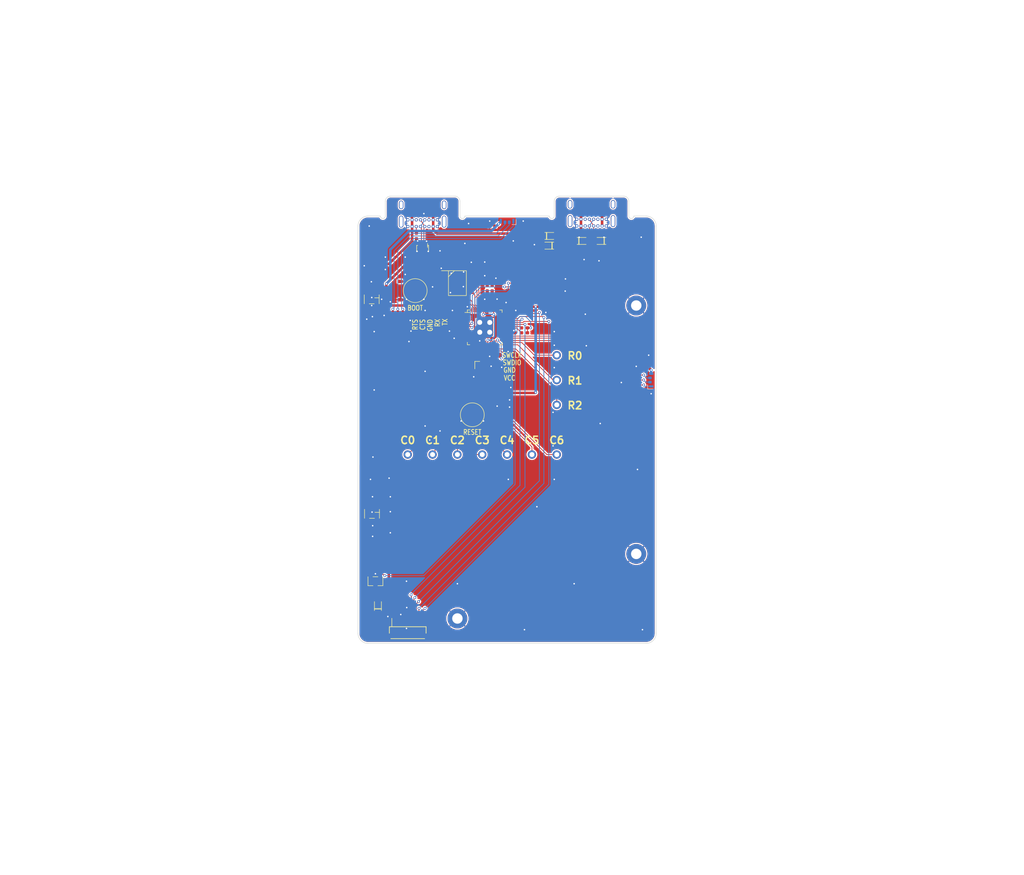
<source format=kicad_pcb>
(kicad_pcb (version 20240108) (generator "pcbnew") (generator_version "8.0")
  (layers (0 "F.Cu" signal) (31 "B.Cu" signal) (34 "B.Paste" user) (35 "F.Paste" user) (36 "B.SilkS" user "B.Silkscreen") (37 "F.SilkS" user "F.Silkscreen") (38 "B.Mask" user) (39 "F.Mask" user) (44 "Edge.Cuts" user))
  (net 0 "")
  (net 1 "Net-(U1-EN)")
  (net 2 "GND")
  (net 3 "VCC")
  (net 4 "Net-(U3-VREG_{OUT})")
  (net 5 "Net-(U2-EN)")
  (net 6 "+2V5")
  (net 7 "Net-(U3-X_{IN})")
  (net 8 "Net-(C22-Pad1)")
  (net 9 "/COL_{0}")
  (net 10 "VBUS")
  (net 11 "Net-(J2-D+1)")
  (net 12 "Net-(J2-D-1)")
  (net 13 "/COL_{1}")
  (net 14 "/COL_{2}")
  (net 15 "/COL_{6}")
  (net 16 "/COL_{3}")
  (net 17 "/COL_{4}")
  (net 18 "/COL_{5}")
  (net 19 "/ROW_{0}")
  (net 20 "/ROW_{1}")
  (net 21 "/ROW_{2}")
  (net 22 "Net-(D22-K)")
  (net 23 "Net-(D22-A)")
  (net 24 "Net-(J2-CC1)")
  (net 26 "Net-(J2-CC2)")
  (net 28 "/SCLK")
  (net 29 "/MISO")
  (net 30 "/SS")
  (net 31 "/DR")
  (net 32 "/MOSI")
  (net 33 "Net-(D24-Pad7)")
  (net 34 "Net-(D24-Pad6)")
  (net 35 "Net-(D25-A2)")
  (net 36 "Net-(D26-A2)")
  (net 37 "Net-(Q1-B)")
  (net 38 "Net-(U3-USB_{D+})")
  (net 39 "Net-(U3-USB_{D-})")
  (net 40 "Net-(U3-QSPI_{~{SS}})")
  (net 41 "Net-(D27-RK)")
  (net 42 "Net-(U3-X_{OUT})")
  (net 43 "Net-(D27-BK)")
  (net 44 "Net-(U3-P24)")
  (net 45 "Net-(U3-P23)")
  (net 46 "Net-(D27-GK)")
  (net 47 "Net-(D28-RK)")
  (net 48 "Net-(U3-P2)")
  (net 49 "Net-(U3-P3)")
  (net 50 "Net-(U3-P1)")
  (net 51 "Net-(U3-SWCLK)")
  (net 52 "Net-(U3-SWDIO)")
  (net 53 "Net-(U3-P0)")
  (net 56 "Net-(D28-BK)")
  (net 57 "Net-(D28-GK)")
  (net 58 "Net-(U3-QSPI_{SD3})")
  (net 59 "Net-(U3-QSPI_{CLK})")
  (net 60 "Net-(U3-QSPI_{SD0})")
  (net 61 "Net-(U3-QSPI_{SD2})")
  (net 62 "Net-(U3-QSPI_{SD1})")
  (net 63 "/LINK_TX")
  (net 64 "/LINK_RX")
  (net 65 "Net-(D29-A)")
  (net 70 "Net-(U3-RUN)")
  (net 71 "Net-(R2-Pad2)")
  (net 72 "Net-(R16-Pad2)")
  (net 74 "Net-(U3-P6)")
  (net 75 "Net-(U3-P7)")
  (net 76 "Net-(U3-P8)")
  (net 77 "Net-(U3-P19)")
  (net 78 "Net-(U3-P20)")
  (net 79 "Net-(U3-P21)")
  (footprint "fp:R_0402" (layer "F.Cu") (at 3.5 -19.5)
    (property "Reference" "R18" (hide yes))
    (property "Value" "5.1K")
  )
  (footprint "fp:SW_CK_PTS526" (layer "F.Cu") (at -18.5 -28)
    (property "Reference" "SW23" (hide yes))
    (property "Value" "BOOT")
  )
  (footprint "fp:R_0402" (layer "F.Cu") (at 3.5 -20.5)
    (property "Reference" "R19" (hide yes))
    (property "Value" "2.2K")
  )
  (footprint "fp:TestPoint" (layer "F.Cu") (at -15.5 -23)
    (property "Reference" "tGND1" (hide yes))
    (property "Value" "GND")
  )
  (footprint "fp:C_0402" (layer "F.Cu") (at -3 -15 -90)
    (property "Reference" "C19" (hide yes))
    (property "Value" "0.1")
  )
  (footprint "fp:C_0402" (layer "F.Cu") (at -3 -41 180)
    (property "Reference" "C23" (hide yes))
    (property "Value" "0.1")
  )
  (footprint "fp:SOT-23" (layer "F.Cu") (at -26.5 30.5 -90)
    (property "Reference" "Q1")
    (property "Value" "MMBT3904")
  )
  (footprint "fp:R_0402" (layer "F.Cu") (at 26 -11)
    (property "Reference" "R17" (hide yes))
    (property "Value" "10")
  )
  (footprint "fp:SOD-323" (layer "F.Cu") (at 8.5 -39)
    (property "Reference" "D23")
    (property "Value" "CUS520")
  )
  (footprint "fp:R_0402" (layer "F.Cu") (at -1.5 -8 -90)
    (property "Reference" "R2" (hide yes))
    (property "Value" "1K")
  )
  (footprint "fp:PinHeader_1x01" (layer "F.Cu") (at 5 5)
    (property "Reference" "COL_{5}1" (hide yes))
    (property "Value" "COL_{5}" (hide yes))
  )
  (footprint "fp:SOT-23-5" (layer "F.Cu") (at -27.1945 16.929001 -90)
    (property "Reference" "U2")
    (property "Value" "MIC5504-2.5YM5")
  )
  (footprint "fp:TestPoint" (layer "F.Cu") (at -18.5 -23)
    (property "Reference" "tRTS1" (hide yes))
    (property "Value" "RTS")
  )
  (footprint "fp:L_0603" (layer "F.Cu") (at -26 10.750001 -90)
    (property "Reference" "FB2" (hide yes))
    (property "Value" "PE-0603FB121ST")
  )
  (footprint "fp:R_0402" (layer "F.Cu") (at 16.5 -35.5 -90)
    (property "Reference" "R3" (hide yes))
    (property "Value" "50")
  )
  (footprint "fp:PinHeader_1x01" (layer "F.Cu") (at 0 5)
    (property "Reference" "COL_{4}1" (hide yes))
    (property "Value" "COL_{4}" (hide yes))
  )
  (footprint "fp:RH100-12.000-12-1010-X-TR-NS2" (layer "F.Cu") (at -5 -11.75 -90)
    (property "Reference" "X1" (hide yes))
    (property "Value" "RH100-12.000-12-1010-X-TR-NS2")
  )
  (footprint "fp:R_0402" (layer "F.Cu") (at 26 -8.999999)
    (property "Reference" "R14" (hide yes))
    (property "Value" "120")
  )
  (footprint "fp:MountingHole_M2_Pad" (layer "F.Cu") (at 26 -25)
    (property "Reference" "M3" (hide yes))
    (property "Value" "GND" (hide yes))
  )
  (footprint "fp:SOD-323" (layer "F.Cu") (at 15 -38)
    (property "Reference" "D25")
    (property "Value" "CESD5V0D5")
  )
  (footprint "fp:MountingHole_M2_Pad" (layer "F.Cu") (at 26 25)
    (property "Reference" "M1" (hide yes))
    (property "Value" "GND" (hide yes))
  )
  (footprint "fp:PinHeader_1x01" (layer "F.Cu") (at 10 -5)
    (property "Reference" "ROW_{2}1" (hide yes))
    (property "Value" "ROW_{3}" (hide yes))
  )
  (footprint "fp:C_0402" (layer "F.Cu") (at 28.5 -13.5 90)
    (property "Reference" "C24" (hide yes))
    (property "Value" "0.1")
  )
  (footprint "fp:R_0402" (layer "F.Cu") (at -0.25 -8 90)
    (property "Reference" "R1" (hide yes))
    (property "Value" "10K")
  )
  (footprint "fp:R_0402" (layer "F.Cu") (at -5 -15 -90)
    (property "Reference" "R12" (hide yes))
    (property "Value" "1K")
  )
  (footprint "fp:C_0402" (layer "F.Cu") (at -10.35 -19.85 180)
    (property "Reference" "C14" (hide yes))
    (property "Value" "0.1")
  )
  (footprint "fp:FFC_GCT_FFC2B28-12-G" (layer "F.Cu") (at -20 41.562501)
    (property "Reference" "J3" (hide yes))
    (property "Value" "VALVE")
  )
  (footprint "fp:PinHeader_1x01" (layer "F.Cu") (at 10 -10)
    (property "Reference" "ROW_{1}1" (hide yes))
    (property "Value" "ROW_{2}" (hide yes))
  )
  (footprint "fp:C_0402" (layer "F.Cu") (at -26.75 -29.25 180)
    (property "Reference" "C2" (hide yes))
    (property "Value" "0.1")
  )
  (footprint "fp:SOD-323" (layer "F.Cu") (at 8.5 -37.05 180)
    (property "Reference" "D22")
    (property "Value" "CUS520")
  )
  (footprint "fp:SOP-8-4.9x3.9-P1.27" (layer "F.Cu") (at -10 -29.5 -90)
    (property "Reference" "U4" (hide yes))
    (property "Value" "ZD25Q80CT")
  )
  (footprint "fp:L_0603" (layer "F.Cu") (at -26.5 -32.5 -90)
    (property "Reference" "FB1" (hide yes))
    (property "Value" "PE-0603FB121ST")
  )
  (footprint "fp:C_0402" (layer "F.Cu") (at 1 -19.5)
    (property "Reference" "C16" (hide yes))
    (property "Value" "0.1")
  )
  (footprint "fp:R_0402" (layer "F.Cu") (at -15 -31.25 180)
    (property "Reference" "R16" (hide yes))
    (property "Value" "1K")
  )
  (footprint "fp:PinHeader_1x01" (layer "F.Cu") (at 10 -15)
    (property "Reference" "ROW_{0}1" (hide yes))
    (property "Value" "ROW_{1}" (hide yes))
  )
  (footprint "fp:C_0402" (layer "F.Cu") (at -26.5 14.000001 180)
    (property "Reference" "C6" (hide yes))
    (property "Value" "0.1")
  )
  (footprint "fp:C_0402" (layer "F.Cu") (at -4 -26 90)
    (property "Reference" "C13" (hide yes))
    (property "Value" "0.1")
  )
  (footprint "fp:R_0402" (layer "F.Cu") (at -16.25 -44 180)
    (property "Reference" "R7" (hide yes))
    (property "Value" "5.1K")
  )
  (footprint "fp:PinHeader_1x01" (layer "F.Cu") (at -15 5)
    (property "Reference" "COL_{1}1" (hide yes))
    (property "Value" "COL_{1}" (hide yes))
  )
  (footprint "fp:C_0402" (layer "F.Cu") (at -10 -23.5 180)
    (property "Reference" "C12" (hide yes))
    (property "Value" "0.1")
  )
  (footprint "fp:TestPoint" (layer "F.Cu") (at -1.5 -15)
    (property "Reference" "tSWCLK1" (hide yes))
    (property "Value" "SWCLK")
  )
  (footprint "fp:C_0402" (layer "F.Cu") (at -5 -26 90)
    (property "Reference" "C18" (hide yes))
    (property "Value" "0.1")
  )
  (footprint "fp:R_0402" (layer "F.Cu") (at 26 -10)
    (property "Reference" "R15" (hide yes))
    (property "Value" "10")
  )
  (footprint "fp:R_0402" (layer "F.Cu") (at 17.5 -35.5 90)
    (property "Reference" "R4" (hide yes))
    (property "Value" "50")
  )
  (footprint "fp:C_0402" (layer "F.Cu") (at -26.5 13.000001 180)
    (property "Reference" "C5" (hide yes))
    (property "Value" "1")
  )
  (footprint "fp:C_0402" (layer "F.Cu") (at -26.5 21.000001 180)
    (property "Reference" "C8" (hide yes))
    (property "Value" "1")
  )
  (footprint "fp:TestPoint" (layer "F.Cu") (at -17 -23)
    (property "Reference" "tCTS1" (hide yes))
    (property "Value" "CTS")
  )
  (footprint "fp:SOD-323" (layer "F.Cu") (at -26 35.5 90)
    (property "Reference" "D29")
    (property "Value" "MMBD914LT1")
  )
  (footprint "fp:R_0402" (layer "F.Cu") (at -22 -23 90)
    (property "Reference" "R10" (hide yes))
    (property "Value" "10")
  )
  (footprint "fp:R_0402" (layer "F.Cu") (at -18.25 -39 -90)
    (property "Reference" "R6" (hide yes))
    (property "Value" "5.1K")
  )
  (footprint "fp:R_0402" (layer "F.Cu") (at -21 -23 90)
    (property "Reference" "R9" (hide yes))
    (property "Value" "120")
  )
  (footprint "fp:TestPoint" (layer "F.Cu") (at -1.5 -10.5)
    (property "Reference" "tRUN1" (hide yes))
    (property "Value" "VCC")
  )
  (footprint "fp:C_0402" (layer "F.Cu") (at -8 -32.5 180)
    (property "Reference" "C20" (hide yes))
    (property "Value" "0.1")
  )
  (footprint "fp:C_0402" (layer "F.Cu") (at -2.75 -11.75 90)
    (property "Reference" "C22" (hide yes))
    (property "Value" "14p")
  )
  (footprint "fp:R_0402" (layer "F.Cu") (at -11.5 -32.5 180)
    (property "Reference" "R13" (hide yes))
    (property "Value" "10K")
  )
  (footprint "fp:SOD-323" (layer "F.Cu") (at 19 -38 180)
    (property "Reference" "D26")
    (property "Value" "CESD5V0D5")
  )
  (footprint "fp:PinHeader_1x01" (layer "F.Cu") (at -20 5)
    (property "Reference" "COL_{0}1" (hide yes))
    (property "Value" "COL_{0}" (hide yes))
  )
  (footprint "fp:TestPoint" (layer "F.Cu") (at -1.5 -12)
    (property "Reference" "tGND2" (hide yes))
    (property "Value" "GND")
  )
  (footprint "fp:R_0402" (layer "F.Cu") (at -4 -28.5 90)
    (property "Reference" "R5" (hide yes))
    (property "Value" "27.4")
  )
  (footprint "fp:C_0402" (layer "F.Cu") (at -26.5 20 180)
    (property "Reference" "C7" (hide yes))
    (property "Value" "0.1")
  )
  (footprint "fp:PinHeader_1x01" (layer "F.Cu") (at -10 5)
    (property "Reference" "COL_{2}1" (hide yes))
    (property "Value" "COL_{2}" (hide yes))
  )
  (footprint "fp:C_0402" (layer "F.Cu") (at 0.5 -24)
    (property "Reference" "C15" (hide yes))
    (property "Value" "0.1")
  )
  (footprint "fp:SW_CK_PTS526" (layer "F.Cu") (at -7 -3)
    (property "Reference" "SW22" (hide yes))
    (property "Value" "RESET")
  )
  (footprint "fp:C_0402" (layer "F.Cu") (at -26.75 -30.25 180)
    (property "Reference" "C1" (hide yes))
    (property "Value" "1")
  )
  (footprint "fp:TestPoint" (layer "F.Cu") (at -12.5 -23)
    (property "Reference" "tTX1" (hide yes))
    (property "Value" "TX")
  )
  (footprint "fp:C_0402" (layer "F.Cu") (at -26.75 -23.25 180)
    (property "Reference" "C3" (hide yes))
    (property "Value" "0.1")
  )
  (footprint "fp:PinHeader_1x01" (layer "F.Cu") (at 10 5)
    (property "Reference" "COL_{6}1" (hide yes))
    (property "Value" "ROW_{0}" (hide yes))
  )
  (footprint "fp:R_0402" (layer "F.Cu") (at -3 -28.5 -90)
    (property "Reference" "R8" (hide yes))
    (property "Value" "27.4")
  )
  (footprint "fp:C_0402" (layer "F.Cu") (at -4 -15 -90)
    (property "Reference" "C11" (hide yes))
    (property "Value" "0.1")
  )
  (footprint "fp:C_0402" (layer "F.Cu") (at -1.5 -26 90)
    (property "Reference" "C10" (hide yes))
    (property "Value" "1")
  )
  (footprint "fp:QFN-56-EP-7x7-P0.4" (layer "F.Cu") (at -4.5 -20.6)
    (property "Reference" "U3" (hide yes))
    (property "Value" "RP2040")
  )
  (footprint "fp:C_0402" (layer "F.Cu") (at -2.5 -26 90)
    (property "Reference" "C17" (hide yes))
    (property "Value" "1")
  )
  (footprint "fp:TestPoint" (layer "F.Cu") (at -14 -23)
    (property "Reference" "tRX1" (hide yes))
    (property "Value" "RX")
  )
  (footprint "fp:TestPoint" (layer "F.Cu") (at -1.5 -13.5)
    (property "Reference" "tSWDIO1" (hide yes))
    (property "Value" "SWDIO")
  )
  (footprint "fp:SOT-23-5" (layer "F.Cu") (at -27.25 -26.25 -90)
    (property "Reference" "U1")
    (property "Value" "MIC5504-3.3YM5")
  )
  (footprint "fp:PinHeader_1x01" (layer "F.Cu") (at -5 5)
    (property "Reference" "COL_{3}1" (hide yes))
    (property "Value" "COL_{3}" (hide yes))
  )
  (footprint "fp:C_0402" (layer "F.Cu") (at -26.5 22.000001 180)
    (property "Reference" "C9" (hide yes))
    (property "Value" "10")
  )
  (footprint "fp:R_0402" (layer "F.Cu") (at -23 -23 90)
    (property "Reference" "R11" (hide yes))
    (property "Value" "10")
  )
  (footprint "fp:MountingHole_M2_Pad" (layer "F.Cu") (at -10 38)
    (property "Reference" "M2" (hide yes))
    (property "Value" "GND" (hide yes))
  )
  (footprint "fp:C_0402" (layer "F.Cu") (at -26.75 -22.25 180)
    (property "Reference" "C4" (hide yes))
    (property "Value" "1")
  )
  (footprint "fp:L_0603" (layer "F.Cu") (at 4.5 -39)
    (property "Reference" "FB3" (hide yes))
    (property "Value" "PE-0603FB121ST")
  )
  (footprint "fp:DFN-8-2.5x1.2-P0.45" (layer "F.Cu") (at -17 -36.5 180)
    (property "Reference" "D24" (hide yes))
    (property "Value" "ECMF02-4CMX8")
  )
  (footprint "fp:C_0402" (layer "F.Cu") (at -7.25 -11.75 -90)
    (property "Reference" "C21" (hide yes))
    (property "Value" "14p")
  )
  (footprint "fp:Harvatek-B3233GBR-20" (layer "B.Cu") (at 0 -42 180)
    (property "Reference" "D27" (hide yes))
    (property "Value" "LED_BGRA" (hide yes))
  )
  (footprint "fp:USB_GCT_USB4085-FG-A" (layer "B.Cu") (at -17 -47)
    (property "Reference" "J2" (hide yes))
    (property "Value" "USB-C-16")
  )
  (footprint "fp:USB_GCT_USB4085-FG-A" (layer "B.Cu") (at 17 -47.115)
    (property "Reference" "J1" (hide yes))
    (property "Value" "USB-C-16")
  )
  (footprint "fp:Harvatek-B3233GBR-20" (layer "B.Cu") (at 29 -10 90)
    (property "Reference" "D28" (hide yes))
    (property "Value" "LED_BGRA" (hide yes))
  )
  (gr_arc (start 25.5 -43) (mid 25 -42.5) (end 24.5 -43) (stroke (width 0.1)) (layer "Edge.Cuts"))
  (gr_line (start -8.5 -43) (end 8.5 -43) (stroke (width 0.1)) (layer "Edge.Cuts"))
  (gr_line (start 9.5 -43) (end 9.5 -46) (stroke (width 0.1)) (layer "Edge.Cuts"))
  (gr_arc (start -8.5 -43) (mid -9 -42.5) (end -9.5 -43) (stroke (width 0.1)) (layer "Edge.Cuts"))
  (gr_line (start -23.5 -47) (end -10.5 -47) (stroke (width 0.1)) (layer "Edge.Cuts"))
  (gr_arc (start 23.5 -47) (mid 24.207107 -46.707107) (end 24.5 -46) (stroke (width 0.1)) (layer "Edge.Cuts"))
  (gr_line (start -9.5 -46) (end -9.5 -43) (stroke (width 0.1)) (layer "Edge.Cuts"))
  (gr_arc (start 9.5 -46) (mid 9.792893 -46.707107) (end 10.5 -47) (stroke (width 0.1)) (layer "Edge.Cuts"))
  (gr_arc (start 9.5 -43) (mid 9 -42.5) (end 8.5 -43) (stroke (width 0.1)) (layer "Edge.Cuts"))
  (gr_arc (start -10.5 -47) (mid -9.792893 -46.707107) (end -9.5 -46) (stroke (width 0.1)) (layer "Edge.Cuts"))
  (gr_line (start 24.5 -46) (end 24.5 -43) (stroke (width 0.1)) (layer "Edge.Cuts"))
  (gr_arc (start -24.5 -43) (mid -25 -42.5) (end -25.5 -43) (stroke (width 0.1)) (layer "Edge.Cuts"))
  (gr_line (start 30 -41) (end 30 41) (stroke (width 0.1)) (layer "Edge.Cuts"))
  (gr_line (start 25.5 -43) (end 28 -43) (stroke (width 0.1)) (layer "Edge.Cuts"))
  (gr_line (start -24.5 -43) (end -24.5 -46) (stroke (width 0.1)) (layer "Edge.Cuts"))
  (gr_arc (start 30 41) (mid 29.414214 42.414214) (end 28 43) (stroke (width 0.1)) (layer "Edge.Cuts"))
  (gr_line (start -28 -43) (end -25.5 -43) (stroke (width 0.1)) (layer "Edge.Cuts"))
  (gr_arc (start -24.5 -46) (mid -24.207107 -46.707107) (end -23.5 -47) (stroke (width 0.1)) (layer "Edge.Cuts"))
  (gr_arc (start -28 43) (mid -29.414214 42.414214) (end -30 41) (stroke (width 0.1)) (layer "Edge.Cuts"))
  (gr_arc (start -30 -41) (mid -29.414214 -42.414214) (end -28 -43) (stroke (width 0.1)) (layer "Edge.Cuts"))
  (gr_line (start -30 41) (end -30 -41) (stroke (width 0.1)) (layer "Edge.Cuts"))
  (gr_line (start 10.5 -47) (end 23.5 -47) (stroke (width 0.1)) (layer "Edge.Cuts"))
  (gr_arc (start 28 -43) (mid 29.414214 -42.414214) (end 30 -41) (stroke (width 0.1)) (layer "Edge.Cuts"))
  (gr_line (start 28 43) (end -28 43) (stroke (width 0.1)) (layer "Edge.Cuts"))
  (gr_text "v3.0 RHS " (at 2.02 29.12 0) (layer "F.Cu" knockout) (effects (font (size 1 1) (thickness 0.25) (bold yes)) (justify left bottom)))
  (gr_text "Amosis" (at 2 28 0) (layer "F.Cu" knockout) (effects (font (size 3 3) (thickness 0.3) (bold yes)) (justify left bottom)))
  (gr_text "R2" (at 12 -4 0) (layer "F.SilkS") (effects (font (size 1.5 1.5) (thickness 0.3) (bold yes)) (justify left bottom)))
  (gr_text "C3" (at -5 3 0) (layer "F.SilkS") (effects (font (size 1.5 1.5) (thickness 0.3) (bold yes)) (justify bottom)))
  (gr_text "C2" (at -10 3 0) (layer "F.SilkS") (effects (font (size 1.5 1.5) (thickness 0.3) (bold yes)) (justify bottom)))
  (gr_text "C4" (at 0 3 0) (layer "F.SilkS") (effects (font (size 1.5 1.5) (thickness 0.3) (bold yes)) (justify bottom)))
  (gr_text "C0" (at -20 3 0) (layer "F.SilkS") (effects (font (size 1.5 1.5) (thickness 0.3) (bold yes)) (justify bottom)))
  (gr_text "C1" (at -15 3 0) (layer "F.SilkS") (effects (font (size 1.5 1.5) (thickness 0.3) (bold yes)) (justify bottom)))
  (gr_text "C6" (at 10 3 0) (layer "F.SilkS") (effects (font (size 1.5 1.5) (thickness 0.3) (bold yes)) (justify bottom)))
  (gr_text "R0" (at 12 -14 0) (layer "F.SilkS") (effects (font (size 1.5 1.5) (thickness 0.3) (bold yes)) (justify left bottom)))
  (gr_text "C5" (at 5 3 0) (layer "F.SilkS") (effects (font (size 1.5 1.5) (thickness 0.3) (bold yes)) (justify bottom)))
  (gr_text "R1" (at 12 -9 0) (layer "F.SilkS") (effects (font (size 1.5 1.5) (thickness 0.3) (bold yes)) (justify left bottom)))
  (segment (start -26.1825 -31.307501) (end -26.5 -31.625001) (width 0.1524) (layer "F.Cu") (net 1))
  (segment (start -26.3 -27.6) (end -26.1825 -27.7175) (width 0.1524) (layer "F.Cu") (net 1))
  (segment (start -28.2 -26.53) (end -28.2 -27.6) (width 0.1524) (layer "F.Cu") (net 1))
  (segment (start -26.87 -26.06) (end -27.73 -26.06) (width 0.1524) (layer "F.Cu") (net 1))
  (segment (start -26.1825 -29.25) (end -26.1825 -30.25) (width 0.508) (layer "F.Cu") (net 1))
  (segment (start -27.73 -26.06) (end -28.2 -26.53) (width 0.1524) (layer "F.Cu") (net 1))
  (segment (start -26.1825 -30.25) (end -26.1825 -31.307501) (width 0.508) (layer "F.Cu") (net 1))
  (segment (start -26.3 -27.6) (end -26.3 -26.63) (width 0.1524) (layer "F.Cu") (net 1))
  (segment (start -26.3 -26.63) (end -26.87 -26.06) (width 0.1524) (layer "F.Cu") (net 1))
  (segment (start -26.1825 -27.7175) (end -26.1825 -29.25) (width 0.508) (layer "F.Cu") (net 1))
  (segment (start 1.0675 -24) (end 1.75 -24) (width 0.1524) (layer "F.Cu") (net 2))
  (segment (start -11.4 -27.595) (end -12.65 -27.595) (width 0.1524) (layer "F.Cu") (net 2))
  (segment (start -6.7175 -10.65) (end -5.8 -10.65) (width 0.254) (layer "F.Cu") (net 2))
  (segment (start -10 -1.15) (end -9.85 -1.15) (width 0.1524) (layer "F.Cu") (net 2))
  (segment (start -27.3175 -22.9675) (end -27.11 -22.76) (width 0.1524) (layer "F.Cu") (net 2))
  (segment (start -10.5675 -23.5) (end -10.5675 -23.5675) (width 0.1524) (layer "F.Cu") (net 2))
  (segment (start -27.25 -29.1825) (end -27.3175 -29.25) (width 0.1524) (layer "F.Cu") (net 2))
  (segment (start -3.51 -14.76) (end -3.3275 -14.76) (width 0.1524) (layer "F.Cu") (net 2))
  (segment (start -27.3175 -22.25) (end -27.3175 -22.5525) (width 0.1524) (layer "F.Cu") (net 2))
  (segment (start -27.0675 21.4675) (end -27.07 21.47) (width 0.1524) (layer "F.Cu") (net 2))
  (segment (start -7.25 -11.1825) (end -6.7175 -10.65) (width 0.254) (layer "F.Cu") (net 2))
  (segment (start -20.75 38.662501) (end -20.75 37.85) (width 0.1524) (layer "F.Cu") (net 2))
  (segment (start -8.5675 -31.9325) (end -8.5675 -32.5) (width 0.1524) (layer "F.Cu") (net 2))
  (segment (start -20.75 39.5) (end -20.25 40) (width 0.1524) (layer "F.Cu") (net 2))
  (segment (start -16.65 -26.15) (end -15.5 -26.15) (width 0.1524) (layer "F.Cu") (net 2))
  (segment (start -3.75 -14.76) (end -4 -14.51) (width 0.1524) (layer "F.Cu") (net 2))
  (segment (start -2.2875 -26.5675) (end -2.01 -26.29) (width 0.1524) (layer "F.Cu") (net 2))
  (segment (start -4 -14.51) (end -4 -14.4325) (width 0.1524) (layer "F.Cu") (net 2))
  (segment (start -2.5 -26.5675) (end -2.2875 -26.5675) (width 0.1524) (layer "F.Cu") (net 2))
  (segment (start -27.0675 21.000001) (end -27.0675 20) (width 0.508) (layer "F.Cu") (net 2))
  (segment (start -27.25 -26.62) (end -27.24 -26.61) (width 0.1524) (layer "F.Cu") (net 2))
  (segment (start 1.5675 -19.5) (end 1.5675 -19.7325) (width 0.1524) (layer "F.Cu") (net 2))
  (segment (start -3.2125 -12.78) (end -4.13 -12.78) (width 0.254) (layer "F.Cu") (net 2))
  (segment (start -20.35 -26.15) (end -21.5 -26.15) (width 0.1524) (layer "F.Cu") (net 2))
  (segment (start -27.3175 -22.5525) (end -27.11 -22.76) (width 0.1524) (layer "F.Cu") (net 2))
  (segment (start -27.0675 21.4725) (end -27.07 21.47) (width 0.1524) (layer "F.Cu") (net 2))
  (segment (start -10.5675 -23.5675) (end -11 -24) (width 0.1524) (layer "F.Cu") (net 2))
  (segment (start -2.75 -12.3175) (end -3.2125 -12.78) (width 0.254) (layer "F.Cu") (net 2))
  (segment (start 19.5 -38.75) (end 19.5 -38.749999) (width 0.1524) (layer "F.Cu") (net 2))
  (segment (start -1.5 -26.5675) (end -1.7325 -26.5675) (width 0.1524) (layer "F.Cu") (net 2))
  (segment (start -20.25 -26.25) (end -20.35 -26.15) (width 0.1524) (layer "F.Cu") (net 2))
  (segment (start -4.15 -1.15) (end -4.75 -1.75) (width 0.1524) (layer "F.Cu") (net 2))
  (segment (start -16.25 -37.1) (end -16.21 -37.14) (width 0.1524) (layer "F.Cu") (net 2))
  (segment (start -16.5 -24) (end -15.5 -23) (width 0.1524) (layer "F.Cu") (net 2))
  (segment (start -4.13 -12.78) (end -4.2 -12.85) (width 0.254) (layer "F.Cu") (net 2))
  (segment (start -8.75 -31.75) (end -8.5675 -31.9325) (width 0.1524) (layer "F.Cu") (net 2))
  (segment (start -27.0675 22.000001) (end -27.0675 21.4725) (width 0.1524) (layer "F.Cu") (net 2))
  (segment (start -27.25 -27.6) (end -27.25 -28.56) (width 0.508) (layer "F.Cu") (net 2))
  (segment (start -5.4 -11.2) (end -5.4 -10.61) (width 0.1524) (layer "F.Cu") (net 2))
  (segment (start -1.7325 -26.5675) (end -2.01 -26.29) (width 0.1524) (layer "F.Cu") (net 2))
  (segment (start -27.0675 13.4675) (end -27.09 13.49) (width 0.1524) (layer "F.Cu") (net 2))
  (segment (start -16.25 -35.9) (end -15.86 -35.9) (width 0.1524) (layer "F.Cu") (net 2))
  (segment (start -4.5 -26.26) (end -4.8075 -26.5675) (width 0.1524) (layer "F.Cu") (net 2))
  (segment (start -4 -1.15) (end -4.15 -1.15) (width 0.1524) (layer "F.Cu") (net 2))
  (segment (start 14.5 -38.749999) (end 13.750001 -38) (width 0.1524) (layer "F.Cu") (net 2))
  (segment (start -27.1945 14.127001) (end -27.0675 14.000001) (width 0.1524) (layer "F.Cu") (net 2))
  (segment (start -27.0675 13.000001) (end -27.0675 13.4675) (width 0.1524) (layer "F.Cu") (net 2))
  (segment (start -27.0675 14.000001) (end -27.0675 13.5125) (width 0.1524) (layer "F.Cu") (net 2))
  (segment (start -9.85 -1.15) (end -9.25 -1.75) (width 0.1524) (layer "F.Cu") (net 2))
  (segment (start -27.0675 20) (end -27.0675 19.3275) (width 0.508) (layer "F.Cu") (net 2))
  (segment (start -27.0675 19.3275) (end -27.06 19.32) (width 0.1524) (layer "F.Cu") (net 2))
  (segment (start -27.1945 15.579001) (end -27.1945 14.127001) (width 0.508) (layer "F.Cu") (net 2))
  (segment (start -27.25 -28.56) (end -27.25 -26.62) (width 0.1524) (layer "F.Cu") (net 2))
  (segment (start 1.5675 -19.7325) (end 1.35 -19.95) (width 0.1524) (layer "F.Cu") (net 2))
  (segment (start -5.4 -10.61) (end -5.85 -10.16) (width 0.1524) (layer "F.Cu") (net 2))
  (segment (start -17.75 -35.9) (end -18.14 -35.9) (width 0.1524) (layer "F.Cu") (net 2))
  (segment (start -4.8075 -26.5675) (end -5 -26.5675) (width 0.1524) (layer "F.Cu") (net 2))
  (segment (start -4.1925 -26.5675) (end -4 -26.5675) (width 0.1524) (layer "F.Cu") (net 2))
  (segment (start -18.25 -38.4025) (end -18.25 -38.25) (width 0.508) (layer "F.Cu") (net 2))
  (segment (start -20.75 38.662501) (end -20.75 39.5) (width 0.1524) (layer "F.Cu") (net 2))
  (segment (start -27.25 -28.56) (end -27.25 -29.1825) (width 0.508) (layer "F.Cu") (net 2))
  (segment (start -5.5 -17.87) (end -5.51 -17.88) (width 0.1524) (layer "F.Cu") (net 2))
  (segment (start -27.1945 15.579001) (end -27.1945 16.5655) (width 0.1524) (layer "F.Cu") (net 2))
  (segment (start -11.6 -19.85) (end -10.9175 -19.85) (width 0.1524) (layer "F.Cu") (net 2))
  (segment (start -27.1945 16.5655) (end -27.18 16.58) (width 0.1524) (layer "F.Cu") (net 2))
  (segment (start -27.0675 21.000001) (end -27.0675 21.4675) (width 0.1524) (layer "F.Cu") (net 2))
  (segment (start -27.3175 -23.25) (end -27.3175 -22.9675) (width 0.1524) (layer "F.Cu") (net 2))
  (segment (start -16.8475 -43.5975) (end -16.75 -43.5) (width 0.508) (layer "F.Cu") (net 2))
  (segment (start -19.75 39.5) (end -20.25 40) (width 0.1524) (layer "F.Cu") (net 2))
  (segment (start -16.8475 -44) (end -16.8475 -43.5975) (width 0.508) (layer "F.Cu") (net 2))
  (segment (start -18.25 -38.25) (end -18 -38) (width 0.508) (layer "F.Cu") (net 2))
  (segment (start -20.75 37.85) (end -21.4 37.2) (width 0.1524) (layer "F.Cu") (net 2))
  (segment (start -27.3175 -29.25) (end -27.3175 -30.25) (width 0.1524) (layer "F.Cu") (net 2))
  (segment (start -19.75 38.662501) (end -19.75 39.5) (width 0.1524) (layer "F.Cu") (net 2))
  (segment (start -4.5 -26.26) (end -4.1925 -26.5675) (width 0.1524) (layer "F.Cu") (net 2))
  (segment (start -27.0675 13.5125) (end -27.09 13.49) (width 0.1524) (layer "F.Cu") (net 2))
  (segment (start 19.5 -38.749999) (end 20.249999 -38) (width 0.1524) (layer "F.Cu") (net 2))
  (segment (start -1.09 -12.41) (end -1.09 -12.56) (width 0.1524) (layer "F.Cu") (net 2))
  (segment (start -3.51 -14.76) (end -3.75 -14.76) (width 0.1524) (layer "F.Cu") (net 2))
  (segment (start -16.21 -37.14) (end -16.21 -37.94) (width 0.1524) (layer "F.Cu") (net 2))
  (segment (start 14.5 -38.75) (end 14.5 -38.749999) (width 0.1524) (layer "F.Cu") (net 2))
  (segment (start -1.5 -12) (end -1.09 -12.41) (width 0.1524) (layer "F.Cu") (net 2))
  (segment (start -5.5 -17.1) (end -5.5 -17.87) (width 0.1524) (layer "F.Cu") (net 2))
  (segment (start -16.75 -26.25) (end -16.65 -26.15) (width 0.1524) (layer "F.Cu") (net 2))
  (segment (start -3.3275 -14.76) (end -3 -14.4325) (width 0.1524) (layer "F.Cu") (net 2))
  (via (at -8.8 -28.8) (size 0.56) (drill 0.3) (layers "F.Cu" "B.Cu") (net 2))
  (via (at -7.2 -33.7) (size 0.56) (drill 0.3) (layers "F.Cu" "B.Cu") (net 2))
  (via (at 1.75 -24) (size 0.56) (drill 0.3) (layers "F.Cu" "B.Cu") (net 2))
  (via (at 0.21 -15.73) (size 0.56) (drill 0.3) (layers "F.Cu" "B.Cu") (net 2))
  (via (at -2 -4.75) (size 0.56) (drill 0.3) (layers "F.Cu" "B.Cu") (net 2))
  (via (at 28.5 -15) (size 0.56) (drill 0.3) (layers "F.Cu" "B.Cu") (net 2))
  (via (at -23.5 13.5) (size 0.56) (drill 0.3) (layers "F.Cu" "B.Cu") (net 2))
  (via (at 3.25 -42) (size 0.56) (drill 0.3) (layers "F.Cu" "B.Cu") (net 2))
  (via (at -0.2 -25.6) (size 0.56) (drill 0.3) (layers "F.Cu" "B.Cu") (net 2))
  (via (at 9.5 -17) (size 0.56) (drill 0.3) (layers "F.Cu" "B.Cu") (net 2))
  (via (at -10 31) (size 0.56) (drill 0.3) (layers "F.Cu" "B.Cu") (net 2))
  (via (at -8 -24.75) (size 0.56) (drill 0.3) (layers "F.Cu" "B.Cu") (net 2))
  (via (at -20.25 40) (size 0.56) (drill 0.3) (layers "F.Cu" "B.Cu") (net 2))
  (via (at 15.95 -16.9) (size 0.56) (drill 0.3) (layers "F.Cu" "B.Cu") (net 2))
  (via (at 0.5 -4.55) (size 0.56) (drill 0.3) (layers "F.Cu" "B.Cu") (net 2))
  (via (at -6.7175 -10.65) (size 0.56) (drill 0.3) (layers "F.Cu" "B.Cu") (net 2))
  (via (at -8.5 -37.5) (size 0.56) (drill 0.3) (layers "F.Cu" "B.Cu") (net 2))
  (via (at -16.21 -37.94) (size 0.56) (drill 0.3) (layers "F.Cu" "B.Cu") (net 2))
  (via (at -15.86 -35.9) (size 0.56) (drill 0.3) (layers "F.Cu" "B.Cu") (net 2))
  (via (at 9.5 10) (size 0.56) (drill 0.3) (layers "F.Cu" "B.Cu") (net 2))
  (via (at -27 5.5) (size 0.56) (drill 0.3) (layers "F.Cu" "B.Cu") (net 2))
  (via (at -13.5 -36) (size 0.56) (drill 0.3) (layers "F.Cu" "B.Cu") (net 2))
  (via (at -27.75 -41) (size 0.56) (drill 0.3) (layers "F.Cu" "B.Cu") (net 2))
  (via (at -1.09 -12.56) (size 0.56) (drill 0.3) (layers "F.Cu" "B.Cu") (net 2))
  (via (at -3.49 -21.59) (size 1.4) (drill 1) (layers "F.Cu" "B.Cu") (net 2))
  (via (at -15 -28.75) (size 0.56) (drill 0.3) (layers "F.Cu" "B.Cu") (net 2))
  (via (at -4.5 -26.26) (size 0.56) (drill 0.3) (layers "F.Cu" "B.Cu") (net 2))
  (via (at 6 15.5) (size 0.56) (drill 0.3) (layers "F.Cu" "B.Cu") (net 2))
  (via (at -25.25 -26.25) (size 0.56) (drill 0.3) (layers "F.Cu" "B.Cu") (net 2))
  (via (at -20.25 30.5) (size 0.56) (drill 0.3) (layers "F.Cu" "B.Cu") (net 2))
  (via (at -27.11 -22.76) (size 0.56) (drill 0.3) (layers "F.Cu" "B.Cu") (net 2))
  (via (at 15.5 -34.25) (size 0.56) (drill 0.3) (layers "F.Cu" "B.Cu") (net 2))
  (via (at 18.5 -34) (size 0.56) (drill 0.3) (layers "F.Cu" "B.Cu") (net 2))
  (via (at -20.5 -31.25) (size 0.56) (drill 0.3) (layers "F.Cu" "B.Cu") (net 2))
  (via (at -16.5 -11.75) (size 0.56) (drill 0.3) (layers "F.Cu" "B.Cu") (net 2))
  (via (at -27.25 -25) (size 0.56) (drill 0.3) (layers "F.Cu" "B.Cu") (net 2))
  (via (at -11.6 -19.85) (size 0.56) (drill 0.3) (layers "F.Cu" "B.Cu") (net 2))
  (via (at -23.5 -25.75) (size 0.56) (drill 0.3) (layers "F.Cu" "B.Cu") (net 2))
  (via (at -11.25 -31.5) (size 0.56) (drill 0.3) (layers "F.Cu" "B.Cu") (net 2))
  (via (at 1.25 -38) (size 0.56) (drill 0.3) (layers "F.Cu" "B.Cu") (net 2))
  (via (at -27.18 16.58) (size 0.56) (drill 0.3) (layers "F.Cu" "B.Cu") (net 2))
  (via (at 27 -38.75) (size 0.56) (drill 0.3) (layers "F.Cu" "B.Cu") (net 2))
  (via (at -27.3175 -29.78) (size 0.56) (drill 0.3) (layers "F.Cu" "B.Cu") (net 2))
  (via (at -26.75 -8) (size 0.56) (drill 0.3) (layers "F.Cu" "B.Cu") (net 2))
  (via (at 14.5 -38.75) (size 0.56) (drill 0.3) (layers "F.Cu" "B.Cu") (net 2))
  (via (at -2.25 -30.5) (size 0.56) (drill 0.3) (layers "F.Cu" "B.Cu") (net 2))
  (via (at -16.75 -43.5) (size 0.56) (drill 0.3) (layers "F.Cu" "B.Cu") (net 2))
  (via (at -23.5 16.5) (size 0.56) (drill 0.3) (layers "F.Cu" "B.Cu") (net 2))
  (via (at -19.5 -22) (size 0.56) (drill 0.3) (layers "F.Cu" "B.Cu") (net 2))
  (via (at 15.75 -23.25) (size 0.56) (drill 0.3) (layers "F.Cu" "B.Cu") (net 2))
  (via (at 1.35 -19.95) (size 0.56) (drill 0.3) (layers "F.Cu" "B.Cu") (net 2))
  (via (at 7.8 -23.6) (size 0.56) (drill 0.3) (layers "F.Cu" "B.Cu") (net 2))
  (via (at -21.4 37.2) (size 0.56) (drill 0.3) (layers "F.Cu" "B.Cu") (net 2))
  (via (at -23.5 20.75) (size 0.56) (drill 0.3) (layers "F.Cu" "B.Cu") (net 2))
  (via (at -5.51 -17.88) (size 0.56) (drill 0.3) (layers "F.Cu" "B.Cu") (net 2))
  (via (at 11.7 -27.9) (size 0.56) (drill 0.3) (layers "F.Cu" "B.Cu") (net 2))
  (via (at 11.75 -30.35) (size 0.56) (drill 0.3) (layers "F.Cu" "B.Cu") (net 2))
  (via (at -11 -24) (size 0.56) (drill 0.3) (layers "F.Cu" "B.Cu") (net 2))
  (via (at -4.5 -33.75) (size 0.56) (drill 0.3) (layers "F.Cu" "B.Cu") (net 2))
  (via (at -23.75 9.75) (size 0.56) (drill 0.3) (layers "F.Cu" "B.Cu") (net 2))
  (via (at 3.5 40.25) (size 0.56) (drill 0.3) (layers "F.Cu" "B.Cu") (net 2))
  (via (at -20.25 -26.25) (size 0.56) (drill 0.3) (layers "F.Cu" "B.Cu") (net 2))
  (via (at -28.25 -22.25) (size 0.56) (drill 0.3) (layers "F.Cu" "B.Cu") (net 2))
  (via (at -24.5 -34.75) (size 0.56) (drill 0.3) (layers "F.Cu" "B.Cu") (net 2))
  (via (at -4.5 -31) (size 0.56) (drill 0.3) (layers "F.Cu" "B.Cu") (net 2))
  (via (at -3.5 -42) (size 0.56) (drill 0.3) (layers "F.Cu" "B.Cu") (net 2))
  (via (at 27.25 40.25) (size 0.56) (drill 0.3) (layers "F.Cu" "B.Cu") (net 2))
  (via (at -27.09 13.49) (size 0.56) (drill 0.3) (layers "F.Cu" "B.Cu") (net 2))
  (via (at -18.14 -35.9) (size 0.56) (drill 0.3) (layers "F.Cu" "B.Cu") (net 2))
  (via (at 9.5 -12.5) (size 0.56) (drill 0.3) (layers "F.Cu" "B.Cu") (net 2))
  (via (at -5.51 -21.61) (size 1.4) (drill 1) (layers "F.Cu" "B.Cu") (net 2))
  (via (at -3.51 -14.76) (size 0.56) (drill 0.3) (layers "F.Cu" "B.Cu") (net 2))
  (via (at -9.25 -1.75) (size 0.56) (drill 0.3) (layers "F.Cu" "B.Cu") (net 2))
  (via (at -7.75 -41.5) (size 0.56) (drill 0.3) (layers "F.Cu" "B.Cu") (net 2))
  (via (at -10.65 -18.4) (size 0.56) (drill 0.3) (layers "F.Cu" "B.Cu") (net 2))
  (via (at -5.5 -19.62) (size 1.4) (drill 1) (layers "F.Cu" "B.Cu") (net 2))
  (via (at -16.5 -0.75) (size 0.56) (drill 0.3) (layers "F.Cu" "B.Cu") (net 2))
  (via (at 9.25 3.25) (size 0.56) (drill 0.3) (layers "F.Cu" "B.Cu") (net 2))
  (via (at 0.25 10) (size 0.56) (drill 0.3) (layers "F.Cu" "B.Cu") (net 2))
  (via (at -11.4 -27.595) (size 0.56) (drill 0.3) (layers "F.Cu" "B.Cu") (net 2))
  (via (at 5.5 -37.25) (size 0.56) (drill 0.3) (layers "F.Cu" "B.Cu") (net 2))
  (via (at 19.5 -38.75) (size 0.56) (drill 0.3) (layers "F.Cu" "B.Cu") (net 2))
  (via (at -28.75 -33) (size 0.56) (drill 0.3) (layers "F.Cu" "B.Cu") (net 2))
  (via (at -19.35 -19.85) (size 0.56) (drill 0.3) (layers "F.Cu" "B.Cu") (net 2))
  (via (at 0.5 -6) (size 0.56) (drill 0.3) (layers "F.Cu" "B.Cu") (net 2))
  (via (at 9.25 -3.5) (size 0.56) (drill 0.3) (layers "F.Cu" "B.Cu") (net 2))
  (via (at -20.2 35.8) (size 0.56) (drill 0.3) (layers "F.Cu" "B.Cu") (net 2))
  (via (at -24.75 -23) (size 0.56) (drill 0.3) (layers "F.Cu" "B.Cu") (net 2))
  (via (at 26 -12.75) (size 0.56) (drill 0.3) (layers "F.Cu" "B.Cu") (net 2))
  (via (at 23 -9.5) (size 0.56) (drill 0.3) (layers "F.Cu" "B.Cu") (net 2))
  (via (at -27.07 21.47) (size 0.56) (drill 0.3) (layers "F.Cu" "B.Cu") (net 2))
  (via (at -13.5 0.25) (size 0.56) (drill 0.3) (layers "F.Cu" "B.Cu") (net 2))
  (via (at -13.25 -32.5) (size 0.56) (drill 0.3) (layers "F.Cu" "B.Cu") (net 2))
  (via (at 26.25 8) (size 0.56) (drill 0.3) (layers "F.Cu" "B.Cu") (net 2))
  (via (at 13.5 31) (size 0.56) (drill 0.3) (layers "F.Cu" "B.Cu") (net 2))
  (via (at -24.5 -32.25) (size 0.56) (drill 0.3) (layers "F.Cu" "B.Cu") (net 2))
  (via (at -2.01 -26.29) (size 0.56) (drill 0.3) (layers "F.Cu" "B.Cu") (net 2))
  (via (at -16.75 -26.25) (size 0.56) (drill 0.3) (layers "F.Cu" "B.Cu") (net 2))
  (via (at 29 -7.25) (size 0.56) (drill 0.3) (layers "F.Cu" "B.Cu") (net 2))
  (via (at 18.75 -1.25) (size 0.56) (drill 0.3) (layers "F.Cu" "B.Cu") (net 2))
  (via (at -3.2125 -12.78) (size 0.56) (drill 0.3) (layers "F.Cu" "B.Cu") (net 2))
  (via (at -16.5 -24) (size 0.56) (drill 0.3) (layers "F.Cu" "B.Cu") (net 2))
  (via (at -24 37.6) (size 0.56) (drill 0.3) (layers "F.Cu" "B.Cu") (net 2))
  (via (at -27.5 10) (size 0.56) (drill 0.3) (layers "F.Cu" "B.Cu") (net 2))
  (via (at -3.5 -19.62) (size 1.4) (drill 1) (layers "F.Cu" "B.Cu") (net 2))
  (via (at -18 -38) (size 0.56) (drill 0.3) (layers "F.Cu" "B.Cu") (net 2))
  (via (at -8.75 -31.75) (size 0.56) (drill 0.3) (layers "F.Cu" "B.Cu") (net 2))
  (via (at -4.75 -1.75) (size 0.56) (drill 0.3) (layers "F.Cu" "B.Cu") (net 2))
  (via (at -19.75 -17.75) (size 0.56) (drill 0.3) (layers "F.Cu" "B.Cu") (net 2))
  (via (at -27.24 -26.61) (size 0.56) (drill 0.3) (layers "F.Cu" "B.Cu") (net 2))
  (via (at -27.06 19.32) (size 0.56) (drill 0.3) (layers "F.Cu" "B.Cu") (net 2))
  (via (at 0.75 -8.5) (size 0.56) (drill 0.3) (layers "F.Cu" "B.Cu") (net 2))
  (via (at -15.577952 2.060478) (size 0.56) (drill 0.3) (layers "F.Cu" "B.Cu") (net 2))
  (via (at -20.5 -34.75) (size 0.56) (drill 0.3) (layers "F.Cu" "B.Cu") (net 2))
  (via (at 9.5 -19.75) (size 0.56) (drill 0.3) (layers "F.Cu" "B.Cu") (net 2))
  (via (at -26.5 29) (size 0.56) (drill 0.3) (layers "F.Cu" "B.Cu") (net 2))
  (via (at -26.75 -19.75) (size 0.56) (drill 0.3) (layers "F.Cu" "B.Cu") (net 2))
  (segment (start -3.9 -24.1) (end -3.9 -25.3325) (width 0.254) (layer "F.Cu") (net 3))
  (segment (start -26.1825 -22.25) (end -26.1825 -23.25) (width 0.508) (layer "F.Cu") (net 3))
  (segment (start -24.75 28) (end -24.75 9.25) (width 0.508) (layer "F.Cu") (net 3))
  (segment (start -2.26 -22.72) (end -2.26 -20.18) (width 0.254) (layer "F.Cu") (net 3))
  (segment (start -20.25 37.2) (end -23.8 33.65) (width 0.508) (layer "F.Cu") (net 3))
  (segment (start -8 -23.2) (end -6.54 -23.2) (width 0.254) (layer "F.Cu") (net 3))
  (segment (start -0.0675 -23.8325) (end -0.0675 -24) (width 0.1524) (layer "F.Cu") (net 3))
  (segment (start -10.5 -25) (end -10.95 -25) (width 0.508) (layer "F.Cu") (net 3))
  (segment (start -10.9025 -32.5975) (end -10 -33.5) (width 0.508) (layer "F.Cu") (net 3))
  (segment (start 16.25 -24.75) (end 29 -12) (width 0.508) (layer "F.Cu") (net 3))
  (segment (start -10.9025 -32.5) (end -10.9025 -32.6525) (width 0.508) (layer "F.Cu") (net 3))
  (segment (start -8 -19.6) (end -9.5325 -19.6) (width 0.254) (layer "F.Cu") (net 3))
  (segment (start -4.3 -17.1) (end -4.3 -17.7) (width 0.254) (layer "F.Cu") (net 3))
  (segment (start -1.44 -23.2) (end -1 -23.2) (width 0.254) (layer "F.Cu") (net 3))
  (segment (start -4.3 -17.1) (end -4.3 -15.8675) (width 0.254) (layer "F.Cu") (net 3))
  (segment (start -7.44 -19.6) (end -8 -19.6) (width 0.254) (layer "F.Cu") (net 3))
  (segment (start -2.71 -18.57) (end -4.64 -18.57) (width 0.254) (layer "F.Cu") (net 3))
  (segment (start -24.3 -29.38) (end -24.3 -25.05) (width 0.508) (layer "F.Cu") (net 3))
  (segment (start -26.3 -24.9) (end -26.3 -23.3675) (width 0.508) (layer "F.Cu") (net 3))
  (segment (start -6.54 -18.8) (end -6.54 -23.2) (width 0.254) (layer "F.Cu") (net 3))
  (segment (start -4.3 -24.1) (end -4.3 -25.1325) (width 0.254) (layer "F.Cu") (net 3))
  (segment (start -4.87 -18.27) (end -4.94 -18.27) (width 0.254) (layer "F.Cu") (net 3))
  (segment (start -3.9 -24.1) (end -3.9 -23.28) (width 0.254) (layer "F.Cu") (net 3))
  (segment (start -1.71 -41.43) (end -1.87 -41.43) (width 0.1524) (layer "F.Cu") (net 3))
  (segment (start -6.36 -18.52) (end -6.59 -18.75) (width 0.254) (layer "F.Cu") (net 3))
  (segment (start 5.75 -24.75) (end 0.5 -24.75) (width 0.508) (layer "F.Cu") (net 3))
  (segment (start -1.68 -19.6) (end -2.71 -18.57) (width 0.254) (layer "F.Cu") (net 3))
  (segment (start -8 -23.2) (end -9.1325 -23.2) (width 0.254) (layer "F.Cu") (net 3))
  (segment (start -9.4325 -23.9325) (end -10.5 -25) (width 0.508) (layer "F.Cu") (net 3))
  (segment (start -3.575 -22.955) (end -3.27 -22.65) (width 0.254) (layer "F.Cu") (net 3))
  (segment (start 5.75 -7.5) (end 5.6525 -7.4025) (width 0.1524) (layer "F.Cu") (net 3))
  (segment (start -4.3 -15.8675) (end -4 -15.5675) (width 0.254) (layer "F.Cu") (net 3))
  (segment (start -5.19 -18.52) (end -6.36 -18.52) (width 0.254) (layer "F.Cu") (net 3))
  (segment (start -7.35 -32.404999) (end -7.35 -31.405) (width 0.508) (layer "F.Cu") (net 3))
  (segment (start -20.25 37.2) (end -20.25 38.662501) (width 0.1524) (layer "F.Cu") (net 3))
  (segment (start -11.75 -33.5) (end -20.18 -33.5) (width 0.508) (layer "F.Cu") (net 3))
  (segment (start -1 -19.6) (end 0.3325 -19.6) (width 0.254) (layer "F.Cu") (net 3))
  (segment (start -6.59 -18.75) (end -7.44 -19.6) (width 0.254) (layer "F.Cu") (net 3))
  (segment (start -4.64 -18.57) (end -4.94 -18.27) (width 0.254) (layer "F.Cu") (net 3))
  (segment (start 5.75 -24.75) (end 16.25 -24.75) (width 0.508) (layer "F.Cu") (net 3))
  (segment (start -28.25 -19.75) (end -26.1825 -21.8175) (width 0.508) (layer "F.Cu") (net 3))
  (segment (start -1 -23.2) (end -0.7 -23.2) (width 0.254) (layer "F.Cu") (net 3))
  (segment (start -1.87 -41.43) (end -2.3 -41) (width 0.1524) (layer "F.Cu") (net 3))
  (segment (start 0.3325 -19.6) (end 0.4325 -19.5) (width 0.1524) (layer "F.Cu") (net 3))
  (segment (start -6.54 -23.2) (end -5.99 -22.65) (width 0.254) (layer "F.Cu") (net 3))
  (segment (start -0.7 -23.2) (end -0.0675 -23.8325) (width 0.254) (layer "F.Cu") (net 3))
  (segment (start -1.9 -24.1) (end -1.9 -25.0325) (width 0.254) (layer "F.Cu") (net 3))
  (segment (start -2.3 -41) (end -2.4325 -41) (width 0.1524) (layer "F.Cu") (net 3))
  (segment (start -8.21625 -33.5) (end -7.4325 -32.71625) (width 0.508) (layer "F.Cu") (net 3))
  (segment (start -4.3 -17.7) (end -4.87 -18.27) (width 0.254) (layer "F.Cu") (net 3))
  (segment (start -7.35 -31.405) (end -7.35 -32.4175) (width 0.1524) (layer "F.Cu") (net 3))
  (segment (start -2.3 -24.1) (end -1.9 -24.1) (width 0.1524) (layer "F.Cu") (net 3))
  (segment (start -1.9 -23.66) (end -1.61 -23.37) (width 0.254) (layer "F.Cu") (net 3))
  (segment (start -6.59 -18.75) (end -6.54 -18.8) (width 0.254) (layer "F.Cu") (net 3))
  (segment (start -4.3 -25.1325) (end -4 -25.4325) (width 0.1524) (layer "F.Cu") (net 3))
  (segment (start -24.45 -24.9) (end -24.3 -25.05) (width 0.508) (layer "F.Cu") (net 3))
  (segment (start -26.3 -24.9) (end -24.45 -24.9) (width 0.508) (layer "F.Cu") (net 3))
  (segment (start -1.9 -24.1) (end -1.9 -23.66) (width 0.254) (layer "F.Cu") (net 3))
  (segment (start -9.4325 -23.5) (end -9.4325 -23.9325) (width 0.508) (layer "F.Cu") (net 3))
  (segment (start -23.8 33.65) (end -23.8 28.95) (width 0.508) (layer "F.Cu") (net 3))
  (segment (start -10.9025 -32.6525) (end -11.75 -33.5) (width 0.508) (layer "F.Cu") (net 3))
  (segment (start -7.4325 -32.71625) (end -7.4325 -32.5) (width 0.508) (layer "F.Cu") (net 3))
  (segment (start -3.88 -22.65) (end -3.575 -22.955) (width 0.254) (layer "F.Cu") (net 3))
  (segment (start -0.0675 -24.1825) (end -0.0675 -24) (width 0.1524) (layer "F.Cu") (net 3))
  (segment (start -2.26 -22.72) (end -1.61 -23.37) (width 0.254) (layer "F.Cu") (net 3))
  (segment (start -28.25 5.75) (end -28.25 -19.75) (width 0.508) (layer "F.Cu") (net 3))
  (segment (start -4.3 -24.1) (end -4.3 -23.54) (width 0.254) (layer "F.Cu") (net 3))
  (segment (start -4.3 -23.54) (end -4 -23.24) (width 0.254) (layer "F.Cu") (net 3))
  (segment (start -20.18 -33.5) (end -24.3 -29.38) (width 0.508) (layer "F.Cu") (net 3))
  (segment (start -4 -23.24) (end -3.86 -23.24) (width 0.1524) (layer "F.Cu") (net 3))
  (segment (start -26.3 -23.3675) (end -26.1825 -23.25) (width 0.1524) (layer "F.Cu") (net 3))
  (segment (start -3.27 -22.65) (end -2.33 -22.65) (width 0.254) (layer "F.Cu") (net 3))
  (segment (start -10.9025 -32.5) (end -10.9025 -32.5975) (width 0.508) (layer "F.Cu") (net 3))
  (segment (start -24.25 -25) (end -10.95 -25) (width 0.508) (layer "F.Cu") (net 3))
  (segment (start -2.26 -20.18) (end -1.68 -19.6) (width 0.254) (layer "F.Cu") (net 3))
  (segment (start -5.99 -22.65) (end -3.88 -22.65) (width 0.254) (layer "F.Cu") (net 3))
  (segment (start 5.6525 -7.4025) (end -0.25 -7.4025) (width 0.508) (layer "F.Cu") (net 3))
  (segment (start -9.5325 -19.6) (end -9.7825 -19.85) (width 0.1524) (layer "F.Cu") (net 3))
  (segment (start 0.5 -24.75) (end -0.0675 -24.1825) (width 0.508) (layer "F.Cu") (net 3))
  (segment (start -10 -33.5) (end -8.21625 -33.5) (width 0.508) (layer "F.Cu") (net 3))
  (segment (start -23.8 28.95) (end -24.75 28) (width 0.508) (layer "F.Cu") (net 3))
  (segment (start -3.86 -23.24) (end -3.575 -22.955) (width 0.1524) (layer "F.Cu") (net 3))
  (segment (start -1.9 -25.0325) (end -1.5 -25.4325) (width 0.254) (layer "F.Cu") (net 3))
  (segment (start -3.9 -25.3325) (end -4 -25.4325) (width 0.1524) (layer "F.Cu") (net 3))
  (segment (start -26.1825 -21.8175) (end -26.1825 -22.25) (width 0.508) (layer "F.Cu") (net 3))
  (segment (start -24.3 -25.05) (end -24.25 -25) (width 0.508) (layer "F.Cu") (net 3))
  (segment (start -9.1325 -23.2) (end -9.4325 -23.5) (width 0.254) (layer "F.Cu") (net 3))
  (segment (start -7.35 -32.4175) (end -7.4325 -32.5) (width 0.1524) (layer "F.Cu") (net 3))
  (segment (start -3.9 -23.28) (end -3.86 -23.24) (width 0.1524) (layer "F.Cu") (net 3))
  (segment (start -2.33 -22.65) (end -2.26 -22.72) (width 0.254) (layer "F.Cu") (net 3))
  (segment (start -1 -19.6) (end -1.68 -19.6) (width 0.254) (layer "F.Cu") (net 3))
  (segment (start -24.75 9.25) (end -28.25 5.75) (width 0.508) (layer "F.Cu") (net 3))
  (segment (start -1.61 -23.37) (end -1.44 -23.2) (width 0.254) (layer "F.Cu") (net 3))
  (segment (start -4.94 -18.27) (end -5.19 -18.52) (width 0.254) (layer "F.Cu") (net 3))
  (via (at -1.71 -41.43) (size 0.56) (drill 0.3) (layers "F.Cu" "B.Cu") (net 3))
  (via (at 5.75 -24.75) (size 0.56) (drill 0.3) (layers "F.Cu" "B.Cu") (net 3))
  (via (at -24.3 -29.38) (size 0.56) (drill 0.3) (layers "F.Cu" "B.Cu") (net 3))
  (via (at 5.75 -7.5) (size 0.56) (drill 0.3) (layers "F.Cu" "B.Cu") (net 3))
  (via (at 29 -12) (size 0.56) (drill 0.3) (layers "F.Cu" "B.Cu") (net 3))
  (segment (start -23.5 -30.18) (end -24.3 -29.38) (width 0.508) (layer "B.Cu") (net 3))
  (segment (start -1.71 -41.43) (end -3.14 -40) (width 0.508) (layer "B.Cu") (net 3))
  (segment (start -1.7075 -41.43) (end -1.71 -41.43) (width 0.508) (layer "B.Cu") (net 3))
  (segment (start -3.14 -40) (end -19.75 -40) (width 0.508) (layer "B.Cu") (net 3))
  (segment (start 5.75 -7.5) (end 5.75 -24.75) (width 0.508) (layer "B.Cu") (net 3))
  (segment (start 29 -12) (end 29 -11.275) (width 0.508) (layer "B.Cu") (net 3))
  (segment (start -19.75 -40) (end -23.5 -36.25) (width 0.508) (layer "B.Cu") (net 3))
  (segment (start -1.275 -41.8625) (end -1.7075 -41.43) (width 0.508) (layer "B.Cu") (net 3))
  (segment (start -1.275 -42) (end -1.275 -41.8625) (width 0.1524) (layer "B.Cu") (net 3))
  (segment (start -23.5 -36.25) (end -23.5 -30.18) (width 0.508) (layer "B.Cu") (net 3))
  (segment (start -4.78 -23.21) (end -4.7 -23.29) (width 0.1524) (layer "F.Cu") (net 4))
  (segment (start -2.7 -23.21) (end -2.7 -24.1) (width 0.1524) (layer "F.Cu") (net 4))
  (segment (start -2.7 -24.1) (end -2.7 -25.2325) (width 0.1524) (layer "F.Cu") (net 4))
  (segment (start -2.7 -25.2325) (end -2.5 -25.4325) (width 0.1524) (layer "F.Cu") (net 4))
  (segment (start -4.7 -25.1325) (end -5 -25.4325) (width 0.1524) (layer "F.Cu") (net 4))
  (segment (start -3.9 -17.99) (end -3.9 -17.1) (width 0.1524) (layer "F.Cu") (net 4))
  (segment (start -4.7 -24.1) (end -4.7 -25.1325) (width 0.1524) (layer "F.Cu") (net 4))
  (segment (start -4.7 -23.29) (end -4.7 -24.1) (width 0.1524) (layer "F.Cu") (net 4))
  (segment (start -3.9 -16.5) (end -3 -15.6) (width 0.1524) (layer "F.Cu") (net 4))
  (segment (start -3.86 -18.03) (end -3.9 -17.99) (width 0.1524) (layer "F.Cu") (net 4))
  (segment (start -3 -15.6) (end -3 -15.5675) (width 0.1524) (layer "F.Cu") (net 4))
  (segment (start -3.9 -17.1) (end -3.9 -16.5) (width 0.1524) (layer "F.Cu") (net 4))
  (via (at -2.7 -23.21) (size 0.56) (drill 0.3) (layers "F.Cu" "B.Cu") (net 4))
  (via (at -3.86 -18.03) (size 0.56) (drill 0.3) (layers "F.Cu" "B.Cu") (net 4))
  (via (at -4.78 -23.21) (size 0.56) (drill 0.3) (layers "F.Cu" "B.Cu") (net 4))
  (segment (start -2.63 -23.21) (end -2.7 -23.21) (width 0.1524) (layer "B.Cu") (net 4))
  (segment (start -3.86 -18.03) (end -3.22 -18.03) (width 0.254) (layer "B.Cu") (net 4))
  (segment (start -3.22 -18.03) (end -2.5 -18.75) (width 0.254) (layer "B.Cu") (net 4))
  (segment (start -2.5 -18.75) (end -2.5 -23.08) (width 0.254) (layer "B.Cu") (net 4))
  (segment (start -2.5 -23.08) (end -2.63 -23.21) (width 0.254) (layer "B.Cu") (net 4))
  (segment (start -4.78 -23.21) (end -4.69 -23.21) (width 0.1524) (layer "B.Cu") (net 4))
  (segment (start -4.69 -23.21) (end -2.7 -23.21) (width 0.254) (layer "B.Cu") (net 4))
  (segment (start -27.67 17.16) (end -26.8 17.16) (width 0.1524) (layer "F.Cu") (net 5))
  (segment (start -26.2445 15.579001) (end -26.2445 14.312001) (width 0.508) (layer "F.Cu") (net 5))
  (segment (start -25.9325 11.6925) (end -26 11.625) (width 0.1524) (layer "F.Cu") (net 5))
  (segment (start -26.2445 14.312001) (end -25.9325 14.000001) (width 0.508) (layer "F.Cu") (net 5))
  (segment (start -25.9325 14.000001) (end -25.9325 13.000001) (width 0.508) (layer "F.Cu") (net 5))
  (segment (start -28.1445 15.579001) (end -28.1445 16.6855) (width 0.1524) (layer "F.Cu") (net 5))
  (segment (start -26.8 17.16) (end -26.2445 16.6045) (width 0.1524) (layer "F.Cu") (net 5))
  (segment (start -28.1445 16.6855) (end -27.67 17.16) (width 0.1524) (layer "F.Cu") (net 5))
  (segment (start -26.2445 16.6045) (end -26.2445 15.579001) (width 0.1524) (layer "F.Cu") (net 5))
  (segment (start -25.9325 13.000001) (end -25.9325 11.6925) (width 0.508) (layer "F.Cu") (net 5))
  (segment (start -25.9325 18.591001) (end -25.9325 20) (width 0.508) (layer "F.Cu") (net 6))
  (segment (start -23 40) (end -21.5 40) (width 0.508) (layer "F.Cu") (net 6))
  (segment (start -28.47 34.28) (end -26.000001 36.749999) (width 0.508) (layer "F.Cu") (net 6))
  (segment (start -25.9325 22.000001) (end -25.9325 21.000001) (width 0.508) (layer "F.Cu") (net 6))
  (segment (start -28.47 26.71) (end -28.47 34.28) (width 0.508) (layer "F.Cu") (net 6))
  (segment (start -25.999999 36.75) (end -25.999999 37.000001) (width 0.508) (layer "F.Cu") (net 6))
  (segment (start -25.999999 36.75) (end -26 36.749999) (width 0.1524) (layer "F.Cu") (net 6))
  (segment (start -21.25 38.662501) (end -21.25 39.75) (width 0.1524) (layer "F.Cu") (net 6))
  (segment (start -25.999999 37.000001) (end -23 40) (width 0.508) (layer "F.Cu") (net 6))
  (segment (start -25.9325 24.1725) (end -28.47 26.71) (width 0.508) (layer "F.Cu") (net 6))
  (segment (start -21.75 39.75) (end -21.5 40) (width 0.1524) (layer "F.Cu") (net 6))
  (segment (start -25.9325 22.000001) (end -25.9325 24.1725) (width 0.508) (layer "F.Cu") (net 6))
  (segment (start -21.75 38.662501) (end -21.75 39.75) (width 0.1524) (layer "F.Cu") (net 6))
  (segment (start -26.000001 36.749999) (end -26 36.749999) (width 0.508) (layer "F.Cu") (net 6))
  (segment (start -26.2445 18.279001) (end -25.9325 18.591001) (width 0.508) (layer "F.Cu") (net 6))
  (segment (start -25.9325 21.000001) (end -25.9325 20) (width 0.508) (layer "F.Cu") (net 6))
  (segment (start -21.25 39.75) (end -21.5 40) (width 0.1524) (layer "F.Cu") (net 6))
  (segment (start -5.8 -12.85) (end -6.7175 -12.85) (width 0.1524) (layer "F.Cu") (net 7))
  (segment (start -5.1 -17.1) (end -5.1 -16.51) (width 0.1524) (layer "F.Cu") (net 7))
  (segment (start -6.7175 -12.85) (end -7.25 -12.3175) (width 0.1524) (layer "F.Cu") (net 7))
  (segment (start -5.1 -16.51) (end -5.8 -15.81) (width 0.1524) (layer "F.Cu") (net 7))
  (segment (start -5.8 -15.81) (end -5.8 -12.85) (width 0.1524) (layer "F.Cu") (net 7))
  (segment (start -5 -11.45) (end -4.2 -10.65) (width 0.1524) (layer "F.Cu") (net 8))
  (segment (start -2.75 -11.1825) (end -3.6675 -11.1825) (width 0.1524) (layer "F.Cu") (net 8))
  (segment (start -5 -14.4025) (end -5 -11.45) (width 0.1524) (layer "F.Cu") (net 8))
  (segment (start -3.6675 -11.1825) (end -4.2 -10.65) (width 0.1524) (layer "F.Cu") (net 8))
  (segment (start -8 -18.8) (end -8.95 -18.8) (width 0.1524) (layer "F.Cu") (net 9))
  (segment (start -15.32 0.32) (end -20 5) (width 0.1524) (layer "F.Cu") (net 9))
  (segment (start -15.32 -12.43) (end -15.32 0.32) (width 0.1524) (layer "F.Cu") (net 9))
  (segment (start -8.95 -18.8) (end -15.32 -12.43) (width 0.1524) (layer "F.Cu") (net 9))
  (segment (start -19.125 -38.035) (end -23.785001 -33.374999) (width 0.508) (layer "F.Cu") (net 10))
  (segment (start -26.5 -33.374999) (end -29.3 -30.574999) (width 0.508) (layer "F.Cu") (net 10))
  (segment (start -29.3 -30.574999) (end -29.3 6.575002) (width 0.508) (layer "F.Cu") (net 10))
  (segment (start -19.125 -38.25) (end -19.125 -40.9) (width 0.508) (layer "F.Cu") (net 10))
  (segment (start -19.125 -38.25) (end -19.125 -38.035) (width 0.508) (layer "F.Cu") (net 10))
  (segment (start -18.1625 -37.1) (end -17.75 -37.1) (width 0.1524) (layer "F.Cu") (net 10))
  (segment (start -19.15 -43.27) (end -17.54 -44.88) (width 0.508) (layer "F.Cu") (net 10))
  (segment (start -14.875 -40.9) (end -14.875 -40.265) (width 0.508) (layer "F.Cu") (net 10))
  (segment (start -23.785001 -33.374999) (end -26.5 -33.374999) (width 0.508) (layer "F.Cu") (net 10))
  (segment (start -19.125 -42.25) (end -19.15 -42.275) (width 0.1524) (layer "F.Cu") (net 10))
  (segment (start -14.875 -40.265) (end -14.09 -39.48) (width 0.508) (layer "F.Cu") (net 10))
  (segment (start -19.125 -38.25) (end -19.125 -38.0625) (width 0.1524) (layer "F.Cu") (net 10))
  (segment (start -14.875 -44.44) (end -14.875 -42.25) (width 0.508) (layer "F.Cu") (net 10))
  (segment (start 3.145001 -39.48) (end 3.625001 -39) (width 0.508) (layer "F.Cu") (net 10))
  (segment (start -19.125 -40.9) (end -19.125 -42.25) (width 0.508) (layer "F.Cu") (net 10))
  (segment (start -14.09 -39.48) (end 3.145001 -39.48) (width 0.508) (layer "F.Cu") (net 10))
  (segment (start -15.315 -44.88) (end -14.875 -44.44) (width 0.508) (layer "F.Cu") (net 10))
  (segment (start -14.875 -40.9) (end -14.875 -42.25) (width 0.508) (layer "F.Cu") (net 10))
  (segment (start -17.54 -44.88) (end -15.315 -44.88) (width 0.508) (layer "F.Cu") (net 10))
  (segment (start -29.3 6.575002) (end -26 9.875002) (width 0.508) (layer "F.Cu") (net 10))
  (segment (start -19.15 -42.275) (end -19.15 -43.27) (width 0.508) (layer "F.Cu") (net 10))
  (segment (start -19.125 -38.0625) (end -18.1625 -37.1) (width 0.1524) (layer "F.Cu") (net 10))
  (segment (start -17.25 -40.725) (end -17.25 -37.1) (width 0.1524) (layer "F.Cu") (net 11))
  (segment (start -17.425 -40.9) (end -17.25 -40.725) (width 0.1524) (layer "F.Cu") (net 11))
  (segment (start -17.425 -40.9) (end -16.575 -42.25) (width 0.1524) (layer "B.Cu") (net 11))
  (segment (start -16.575 -40.9) (end -17.425 -42.25) (width 0.1524) (layer "F.Cu") (net 12))
  (segment (start -16.75 -40.725) (end -16.575 -40.9) (width 0.1524) (layer "F.Cu") (net 12))
  (segment (start -16.75 -37.1) (end -16.75 -40.725) (width 0.1524) (layer "F.Cu") (net 12))
  (segment (start -14.5 4.5) (end -15 5) (width 0.1524) (layer "F.Cu") (net 13))
  (segment (start -8 -18.4) (end -8.65 -18.4) (width 0.1524) (layer "F.Cu") (net 13))
  (segment (start -8.65 -18.4) (end -14.5 -12.55) (width 0.1524) (layer "F.Cu") (net 13))
  (segment (start -14.5 -12.55) (end -14.5 4.5) (width 0.1524) (layer "F.Cu") (net 13))
  (segment (start -8 -18) (end -8.4 -18) (width 0.1524) (layer "F.Cu") (net 14))
  (segment (start -13.7 -12.7) (end -13.7 -1.325) (width 0.1524) (layer "F.Cu") (net 14))
  (segment (start -10 2.375) (end -10 5) (width 0.1524) (layer "F.Cu") (net 14))
  (segment (start -8.4 -18) (end -13.7 -12.7) (width 0.1524) (layer "F.Cu") (net 14))
  (segment (start -13.7 -1.325) (end -10 2.375) (width 0.1524) (layer "F.Cu") (net 14))
  (segment (start -7.7 -15.4) (end -11.15 -11.95) (width 0.1524) (layer "F.Cu") (net 15))
  (segment (start -5.9 -17.1) (end -5.9 -16.43) (width 0.1524) (layer "F.Cu") (net 15))
  (segment (start 8.01 5) (end 10 5) (width 0.1524) (layer "F.Cu") (net 15))
  (segment (start -11.15 -11.95) (end -11.15 -4.65) (width 0.1524) (layer "F.Cu") (net 15))
  (segment (start -5.9 -16.43) (end -6.93 -15.4) (width 0.1524) (layer "F.Cu") (net 15))
  (segment (start -0.59 -3.6) (end 8.01 5) (width 0.1524) (layer "F.Cu") (net 15))
  (segment (start -6.93 -15.4) (end -7.7 -15.4) (width 0.1524) (layer "F.Cu") (net 15))
  (segment (start -10.1 -3.6) (end -0.59 -3.6) (width 0.1524) (layer "F.Cu") (net 15))
  (segment (start -11.15 -4.65) (end -10.1 -3.6) (width 0.1524) (layer "F.Cu") (net 15))
  (segment (start -7.1 -17.1) (end -8.45 -17.1) (width 0.1524) (layer "F.Cu") (net 16))
  (segment (start -8.45 -17.1) (end -12.95 -12.6) (width 0.1524) (layer "F.Cu") (net 16))
  (segment (start -12.95 -12.6) (end -12.95 -1.55) (width 0.1524) (layer "F.Cu") (net 16))
  (segment (start -6.4 5) (end -5 5) (width 0.1524) (layer "F.Cu") (net 16))
  (segment (start -12.95 -1.55) (end -6.4 5) (width 0.1524) (layer "F.Cu") (net 16))
  (segment (start -8.15 2.25) (end -2.75 2.25) (width 0.1524) (layer "F.Cu") (net 17))
  (segment (start -12.25 -12.45) (end -12.25 -1.85) (width 0.1524) (layer "F.Cu") (net 17))
  (segment (start -12.25 -1.85) (end -8.15 2.25) (width 0.1524) (layer "F.Cu") (net 17))
  (segment (start -6.7 -17.1) (end -6.7 -16.62) (width 0.1524) (layer "F.Cu") (net 17))
  (segment (start -6.7 -16.62) (end -7.02 -16.3) (width 0.1524) (layer "F.Cu") (net 17))
  (segment (start -8.4 -16.3) (end -12.25 -12.45) (width 0.1524) (layer "F.Cu") (net 17))
  (segment (start -7.02 -16.3) (end -8.4 -16.3) (width 0.1524) (layer "F.Cu") (net 17))
  (segment (start -2.75 2.25) (end 0 5) (width 0.1524) (layer "F.Cu") (net 17))
  (segment (start 5 3.45) (end 5 5) (width 0.1524) (layer "F.Cu") (net 18))
  (segment (start -6.3 -16.53) (end -6.98 -15.85) (width 0.1524) (layer "F.Cu") (net 18))
  (segment (start -11.65 -12.3) (end -11.65 -4.2) (width 0.1524) (layer "F.Cu") (net 18))
  (segment (start -6.98 -15.85) (end -8.1 -15.85) (width 0.1524) (layer "F.Cu") (net 18))
  (segment (start -8.1 -15.85) (end -11.65 -12.3) (width 0.1524) (layer "F.Cu") (net 18))
  (segment (start 4.98 5) (end 5 5) (width 0.1524) (layer "F.Cu") (net 18))
  (segment (start -11.65 -4.2) (end -10.15 -2.7) (width 0.1524) (layer "F.Cu") (net 18))
  (segment (start -1.15 -2.7) (end 5 3.45) (width 0.1524) (layer "F.Cu") (net 18))
  (segment (start -6.3 -17.1) (end -6.3 -16.53) (width 0.1524) (layer "F.Cu") (net 18))
  (segment (start -10.15 -2.7) (end -1.15 -2.7) (width 0.1524) (layer "F.Cu") (net 18))
  (segment (start -0.62 -18) (end -0.15 -17.53) (width 0.1524) (layer "F.Cu") (net 19))
  (segment (start -1 -18) (end -0.62 -18) (width 0.1524) (layer "F.Cu") (net 19))
  (segment (start 5.5 -15) (end 10 -15) (width 0.1524) (layer "F.Cu") (net 19))
  (segment (start -0.15 -17.53) (end 2.97 -17.53) (width 0.1524) (layer "F.Cu") (net 19))
  (segment (start 2.97 -17.53) (end 5.5 -15) (width 0.1524) (layer "F.Cu") (net 19))
  (segment (start 9.25 -10) (end 10 -10) (width 0.1524) (layer "F.Cu") (net 20))
  (segment (start 2.15 -17.1) (end 9.25 -10) (width 0.1524) (layer "F.Cu") (net 20))
  (segment (start -1.9 -17.1) (end 2.15 -17.1) (width 0.1524) (layer "F.Cu") (net 20))
  (segment (start -2.3 -17.1) (end -2.3 -16.61) (width 0.1524) (layer "F.Cu") (net 21))
  (segment (start 10 -8) (end 10 -5) (width 0.1524) (layer "F.Cu") (net 21))
  (segment (start -1.94 -16.25) (end 1.75 -16.25) (width 0.1524) (layer "F.Cu") (net 21))
  (segment (start 1.75 -16.25) (end 10 -8) (width 0.1524) (layer "F.Cu") (net 21))
  (segment (start -2.3 -16.61) (end -1.94 -16.25) (width 0.1524) (layer "F.Cu") (net 21))
  (segment (start 9.749999 -37.05) (end 9.749999 -39) (width 0.508) (layer "F.Cu") (net 22))
  (segment (start 19.125 -42.365) (end 19.125 -42.875) (width 0.508) (layer "F.Cu") (net 22))
  (segment (start 15.5 -43.5) (end 14.875 -42.875) (width 0.508) (layer "F.Cu") (net 22))
  (segment (start 19.125 -42.875) (end 18.5 -43.5) (width 0.508) (layer "F.Cu") (net 22))
  (segment (start 14.875 -42.875) (end 14.875 -42.365) (width 0.508) (layer "F.Cu") (net 22))
  (segment (start 18.5 -43.5) (end 15.5 -43.5) (width 0.508) (layer "F.Cu") (net 22))
  (segment (start 19.125 -41.015) (end 19.125 -42.365) (width 0.508) (layer "F.Cu") (net 22))
  (segment (start 14.875 -41.015) (end 14.875 -40.375) (width 0.508) (layer "F.Cu") (net 22))
  (segment (start 14.875 -42.365) (end 14.875 -41.015) (width 0.508) (layer "F.Cu") (net 22))
  (segment (start 14.25 -39.75) (end 10.499999 -39.75) (width 0.508) (layer "F.Cu") (net 22))
  (segment (start 14.875 -40.375) (end 14.25 -39.75) (width 0.508) (layer "F.Cu") (net 22))
  (segment (start 10.499999 -39.75) (end 9.749999 -39) (width 0.508) (layer "F.Cu") (net 22))
  (segment (start 5.374999 -39) (end 7.250001 -39) (width 0.508) (layer "F.Cu") (net 23))
  (segment (start 7.250001 -37.05) (end 7.250001 -39) (width 0.508) (layer "F.Cu") (net 23))
  (segment (start -18.275 -40.9) (end -18.275 -39.6225) (width 0.1524) (layer "F.Cu") (net 24))
  (segment (start -18.275 -39.6225) (end -18.25 -39.5975) (width 0.1524) (layer "F.Cu") (net 24))
  (segment (start -15.725 -43.7425) (end -15.4675 -44) (width 0.1524) (layer "F.Cu") (net 26))
  (segment (start -15.725 -42.25) (end -15.725 -43.7425) (width 0.1524) (layer "F.Cu") (net 26))
  (segment (start 8.4 -21.8) (end 3.4 -21.8) (width 0.1524) (layer "F.Cu") (net 28))
  (segment (start 3.4 -21.8) (end 3.2 -21.6) (width 0.1524) (layer "F.Cu") (net 28))
  (segment (start -17.25 38.662501) (end -17.25 36.69) (width 0.1524) (layer "F.Cu") (net 28))
  (segment (start 3.2 -21.6) (end -1 -21.6) (width 0.1524) (layer "F.Cu") (net 28))
  (segment (start -17.25 36.69) (end -16.52 35.96) (width 0.1524) (layer "F.Cu") (net 28))
  (via (at 8.4 -21.8) (size 0.56) (drill 0.3) (layers "F.Cu" "B.Cu") (net 28))
  (via (at -16.52 35.96) (size 0.56) (drill 0.3) (layers "F.Cu" "B.Cu") (net 28))
  (segment (start -16.52 35.925) (end -16.52 35.96) (width 0.1524) (layer "B.Cu") (net 28))
  (segment (start 8.4 11.005) (end -16.52 35.925) (width 0.1524) (layer "B.Cu") (net 28))
  (segment (start 8.4 -21.8) (end 8.4 11.005) (width 0.1524) (layer "B.Cu") (net 28))
  (segment (start 2.6 -22.8) (end 2.2 -22.4) (width 0.1524) (layer "F.Cu") (net 29))
  (segment (start 7.2 -22.8) (end 2.6 -22.8) (width 0.1524) (layer "F.Cu") (net 29))
  (segment (start -17.72 35.96) (end -17.75 35.99) (width 0.1524) (layer "F.Cu") (net 29))
  (segment (start -17.75 35.99) (end -17.75 38.662501) (width 0.1524) (layer "F.Cu") (net 29))
  (segment (start 7.4 -22.6) (end 7.2 -22.8) (width 0.1524) (layer "F.Cu") (net 29))
  (segment (start 2.2 -22.4) (end -1 -22.4) (width 0.1524) (layer "F.Cu") (net 29))
  (via (at -17.72 35.96) (size 0.56) (drill 0.3) (layers "F.Cu" "B.Cu") (net 29))
  (via (at 7.4 -22.6) (size 0.56) (drill 0.3) (layers "F.Cu" "B.Cu") (net 29))
  (segment (start 7.4 10.81) (end -17.72 35.93) (width 0.1524) (layer "B.Cu") (net 29))
  (segment (start -17.72 35.93) (end -17.75 35.93) (width 0.1524) (layer "B.Cu") (net 29))
  (segment (start -17.75 35.93) (end -17.72 35.96) (width 0.1524) (layer "B.Cu") (net 29))
  (segment (start 7.4 -22.6) (end 7.4 10.81) (width 0.1524) (layer "B.Cu") (net 29))
  (segment (start -18.25 35.03) (end -17.81 34.59) (width 0.1524) (layer "F.Cu") (net 30))
  (segment (start 2.2 -23.4) (end 1.6 -22.8) (width 0.1524) (layer "F.Cu") (net 30))
  (segment (start 1.6 -22.8) (end -1 -22.8) (width 0.1524) (layer "F.Cu") (net 30))
  (segment (start -18.25 38.662501) (end -18.25 35.03) (width 0.1524) (layer "F.Cu") (net 30))
  (segment (start 6.5 -23.6) (end 6.3 -23.4) (width 0.1524) (layer "F.Cu") (net 30))
  (segment (start 6.3 -23.4) (end 2.2 -23.4) (width 0.1524) (layer "F.Cu") (net 30))
  (via (at -17.81 34.59) (size 0.56) (drill 0.3) (layers "F.Cu" "B.Cu") (net 30))
  (via (at 6.5 -23.6) (size 0.56) (drill 0.3) (layers "F.Cu" "B.Cu") (net 30))
  (segment (start 6.5 -23.6) (end 6.5 10.28) (width 0.1524) (layer "B.Cu") (net 30))
  (segment (start 6.5 10.28) (end -17.81 34.59) (width 0.1524) (layer "B.Cu") (net 30))
  (segment (start -18.75 34) (end -18.57 33.82) (width 0.1524) (layer "F.Cu") (net 31))
  (segment (start 3.6 -21.2) (end -1 -21.2) (width 0.1524) (layer "F.Cu") (net 31))
  (segment (start -18.75 38.662501) (end -18.75 34) (width 0.1524) (layer "F.Cu") (net 31))
  (via (at 3.6 -21.2) (size 0.56) (drill 0.3) (layers "F.Cu" "B.Cu") (net 31))
  (via (at -18.57 33.82) (size 0.56) (drill 0.3) (layers "F.Cu" "B.Cu") (net 31))
  (segment (start 3.6 -21.2) (end 3.6 11.57) (width 0.1524) (layer "B.Cu") (net 31))
  (segment (start 3.6 11.57) (end -18.57 33.74) (width 0.1524) (layer "B.Cu") (net 31))
  (segment (start -18.57 33.74) (end -18.57 33.82) (width 0.1524) (layer "B.Cu") (net 31))
  (segment (start 2.75 -22) (end -1 -22) (width 0.1524) (layer "F.Cu") (net 32))
  (segment (start 3 -22.25) (end 2.75 -22) (width 0.1524) (layer "F.Cu") (net 32))
  (segment (start -19.25 33.33) (end -19.25 38.662501) (width 0.1524) (layer "F.Cu") (net 32))
  (segment (start -19.33 33.25) (end -19.25 33.33) (width 0.1524) (layer "F.Cu") (net 32))
  (via (at 3 -22.25) (size 0.56) (drill 0.3) (layers "F.Cu" "B.Cu") (net 32))
  (via (at -19.33 33.25) (size 0.56) (drill 0.3) (layers "F.Cu" "B.Cu") (net 32))
  (segment (start -19.33 33.13) (end -19.33 33.25) (width 0.1524) (layer "B.Cu") (net 32))
  (segment (start 2.6 11.2) (end -19.33 33.13) (width 0.1524) (layer "B.Cu") (net 32))
  (segment (start 2.6 -21.85) (end 2.6 11.2) (width 0.1524) (layer "B.Cu") (net 32))
  (segment (start 3 -22.25) (end 2.6 -21.85) (width 0.1524) (layer "B.Cu") (net 32))
  (segment (start -16.75 -35.43) (end -16.32 -35) (width 0.1524) (layer "F.Cu") (net 33))
  (segment (start -3.23 -31.48) (end -3.23 -29.3275) (width 0.1524) (layer "F.Cu") (net 33))
  (segment (start -6.75 -35) (end -3.23 -31.48) (width 0.1524) (layer "F.Cu") (net 33))
  (segment (start -16.75 -35.9) (end -16.75 -35.43) (width 0.1524) (layer "F.Cu") (net 33))
  (segment (start -3.23 -29.3275) (end -3 -29.0975) (width 0.1524) (layer "F.Cu") (net 33))
  (segment (start -16.32 -35) (end -6.75 -35) (width 0.1524) (layer "F.Cu") (net 33))
  (segment (start -17.25 -35.35) (end -17.25 -35.9) (width 0.1524) (layer "F.Cu") (net 34))
  (segment (start -16.4 -34.5) (end -17.25 -35.35) (width 0.1524) (layer "F.Cu") (net 34))
  (segment (start -4 -29.0975) (end -3.81 -29.2875) (width 0.1524) (layer "F.Cu") (net 34))
  (segment (start -6.97 -34.5) (end -16.4 -34.5) (width 0.1524) (layer "F.Cu") (net 34))
  (segment (start -3.81 -31.34) (end -6.97 -34.5) (width 0.1524) (layer "F.Cu") (net 34))
  (segment (start -3.81 -29.2875) (end -3.81 -31.34) (width 0.1524) (layer "F.Cu") (net 34))
  (segment (start 16.5 -37.749999) (end 16.5 -36.0975) (width 0.1524) (layer "F.Cu") (net 35))
  (segment (start 16.249999 -38) (end 16.5 -37.749999) (width 0.1524) (layer "F.Cu") (net 35))
  (segment (start 16.575 -41.015) (end 16.575 -38.325001) (width 0.1524) (layer "F.Cu") (net 35))
  (segment (start 16.575 -38.325001) (end 16.249999 -38) (width 0.1524) (layer "F.Cu") (net 35))
  (segment (start 16.575 -41.015) (end 17.425 -42.365) (width 0.1524) (layer "B.Cu") (net 35))
  (segment (start 17.425 -38.325001) (end 17.750001 -38) (width 0.1524) (layer "F.Cu") (net 36))
  (segment (start 17.750001 -38) (end 17.5 -37.749999) (width 0.1524) (layer "F.Cu") (net 36))
  (segment (start 17.5 -37.749999) (end 17.5 -36.0975) (width 0.1524) (layer "F.Cu") (net 36))
  (segment (start 17.425 -41.015) (end 17.425 -38.325001) (width 0.1524) (layer "F.Cu") (net 36))
  (segment (start 17.425 -41.015) (end 16.575 -42.365) (width 0.1524) (layer "F.Cu") (net 36))
  (segment (start -24.625 29.375) (end -24.85 29.15) (width 0.1524) (layer "F.Cu") (net 37))
  (segment (start -24.85 29.15) (end -25.55 29.15) (width 0.1524) (layer "F.Cu") (net 37))
  (segment (start 4.0975 -20.5) (end 4.75 -20.5) (width 0.1524) (layer "F.Cu") (net 37))
  (segment (start 4.0975 -20.5) (end 4.0975 -19.5) (width 0.1524) (layer "F.Cu") (net 37))
  (via (at 4.75 -20.5) (size 0.56) (drill 0.3) (layers "F.Cu" "B.Cu") (net 37))
  (via (at -24.625 29.375) (size 0.56) (drill 0.3) (layers "F.Cu" "B.Cu") (net 37))
  (segment (start 2.6 -22.8) (end 3.7 -22.8) (width 0.1524) (layer "B.Cu") (net 37))
  (segment (start -16.775 29.375) (end 1.6 11) (width 0.1524) (layer "B.Cu") (net 37))
  (segment (start -24.625 29.375) (end -16.775 29.375) (width 0.1524) (layer "B.Cu") (net 37))
  (segment (start 2 -19.5) (end 2 -22.2) (width 0.1524) (layer "B.Cu") (net 37))
  (segment (start 1.6 -19.1) (end 2 -19.5) (width 0.1524) (layer "B.Cu") (net 37))
  (segment (start 2 -22.2) (end 2.6 -22.8) (width 0.1524) (layer "B.Cu") (net 37))
  (segment (start 3.7 -22.8) (end 4.75 -21.75) (width 0.1524) (layer "B.Cu") (net 37))
  (segment (start 4.75 -21.75) (end 4.75 -20.5) (width 0.1524) (layer "B.Cu") (net 37))
  (segment (start 1.6 11) (end 1.6 -19.1) (width 0.1524) (layer "B.Cu") (net 37))
  (segment (start -3.5 -24.65) (end -3.44 -24.71) (width 0.1524) (layer "F.Cu") (net 38))
  (segment (start -3.5 -24.1) (end -3.5 -24.65) (width 0.1524) (layer "F.Cu") (net 38))
  (segment (start -3.44 -24.71) (end -3.44 -27.3425) (width 0.1524) (layer "F.Cu") (net 38))
  (segment (start -3.44 -27.3425) (end -4 -27.9025) (width 0.1524) (layer "F.Cu") (net 38))
  (segment (start -3.1 -24.1) (end -3.1 -27.8025) (width 0.1524) (layer "F.Cu") (net 39))
  (segment (start -3.1 -27.8025) (end -3 -27.9025) (width 0.1524) (layer "F.Cu") (net 39))
  (segment (start -10 -25.75) (end -12.25 -25.75) (width 0.1524) (layer "F.Cu") (net 40))
  (segment (start -12.25 -25.75) (end -14.15 -27.65) (width 0.1524) (layer "F.Cu") (net 40))
  (segment (start -12.0975 -32.5) (end -12.192501 -32.404999) (width 0.1524) (layer "F.Cu") (net 40))
  (segment (start -14.15 -31.25) (end -14.4025 -31.25) (width 0.1524) (layer "F.Cu") (net 40))
  (segment (start -12.65 -31.405) (end -12.555 -31.5) (width 0.1524) (layer "F.Cu") (net 40))
  (segment (start -12.0975 -31.5) (end -12.0975 -32.5) (width 0.1524) (layer "F.Cu") (net 40))
  (segment (start -7.1 -24.1) (end -8.35 -24.1) (width 0.1524) (layer "F.Cu") (net 40))
  (segment (start -12.65 -31.405) (end -12.805 -31.25) (width 0.1524) (layer "F.Cu") (net 40))
  (segment (start -8.35 -24.1) (end -10 -25.75) (width 0.1524) (layer "F.Cu") (net 40))
  (segment (start -12.555 -31.5) (end -12.0975 -31.5) (width 0.1524) (layer "F.Cu") (net 40))
  (segment (start -12.805 -31.25) (end -14.15 -31.25) (width 0.1524) (layer "F.Cu") (net 40))
  (segment (start -14.15 -27.65) (end -14.15 -31.25) (width 0.1524) (layer "F.Cu") (net 40))
  (segment (start -23 -23.5975) (end -23 -24.25) (width 0.1524) (layer "F.Cu") (net 41))
  (via (at -23 -24.25) (size 0.56) (drill 0.3) (layers "F.Cu" "B.Cu") (net 41))
  (segment (start -2.25 -39.5) (end -0.425 -41.325) (width 0.1524) (layer "B.Cu") (net 41))
  (segment (start -23 -24.25) (end -22.75 -24.5) (width 0.1524) (layer "B.Cu") (net 41))
  (segment (start -22.75 -24.5) (end -22.75 -36) (width 0.1524) (layer "B.Cu") (net 41))
  (segment (start -0.425 -41.325) (end -0.425 -41.76) (width 0.1524) (layer "B.Cu") (net 41))
  (segment (start -22.75 -36) (end -19.25 -39.5) (width 0.1524) (layer "B.Cu") (net 41))
  (segment (start -19.25 -39.5) (end -2.25 -39.5) (width 0.1524) (layer "B.Cu") (net 41))
  (segment (start -4.7 -15.8975) (end -5 -15.5975) (width 0.1524) (layer "F.Cu") (net 42))
  (segment (start -4.7 -17.1) (end -4.7 -15.8975) (width 0.1524) (layer "F.Cu") (net 42))
  (segment (start -21 -23.5975) (end -21 -24.25) (width 0.1524) (layer "F.Cu") (net 43))
  (via (at -21 -24.25) (size 0.56) (drill 0.3) (layers "F.Cu" "B.Cu") (net 43))
  (segment (start 1.25 -41) (end 1.25 -41.975) (width 0.1524) (layer "B.Cu") (net 43))
  (segment (start -21 -24.25) (end -21.25 -24.5) (width 0.1524) (layer "B.Cu") (net 43))
  (segment (start -21.25 -24.5) (end -21.25 -36) (width 0.1524) (layer "B.Cu") (net 43))
  (segment (start -1.25 -38.5) (end 1.25 -41) (width 0.1524) (layer "B.Cu") (net 43))
  (segment (start -18.75 -38.5) (end -1.25 -38.5) (width 0.1524) (layer "B.Cu") (net 43))
  (segment (start -21.25 -36) (end -18.75 -38.5) (width 0.1524) (layer "B.Cu") (net 43))
  (segment (start 1.25 -41.975) (end 1.275 -42) (width 0.1524) (layer "B.Cu") (net 43))
  (segment (start 2.6025 -20.8) (end 2.9025 -20.5) (width 0.1524) (layer "F.Cu") (net 44))
  (segment (start -1 -20.8) (end 2.6025 -20.8) (width 0.1524) (layer "F.Cu") (net 44))
  (segment (start 1.07 -20.4) (end 1.12 -20.45) (width 0.1524) (layer "F.Cu") (net 45))
  (segment (start 1.12 -20.45) (end 1.955 -20.45) (width 0.1524) (layer "F.Cu") (net 45))
  (segment (start 2.9025 -19.5025) (end 2.9025 -19.5) (width 0.1524) (layer "F.Cu") (net 45))
  (segment (start -1 -20.4) (end 1.07 -20.4) (width 0.1524) (layer "F.Cu") (net 45))
  (segment (start 1.955 -20.45) (end 2.9025 -19.5025) (width 0.1524) (layer "F.Cu") (net 45))
  (segment (start -22 -24.25) (end -22 -23.5975) (width 0.1524) (layer "F.Cu") (net 46))
  (via (at -22 -24.25) (size 0.56) (drill 0.3) (layers "F.Cu" "B.Cu") (net 46))
  (segment (start 0.425 -41.76) (end 0.425 -41.175) (width 0.1524) (layer "B.Cu") (net 46))
  (segment (start -1.75 -39) (end -19 -39) (width 0.1524) (layer "B.Cu") (net 46))
  (segment (start -19 -39) (end -22 -36) (width 0.1524) (layer "B.Cu") (net 46))
  (segment (start 0.425 -41.175) (end -1.75 -39) (width 0.1524) (layer "B.Cu") (net 46))
  (segment (start -22 -36) (end -22 -24.25) (width 0.1524) (layer "B.Cu") (net 46))
  (segment (start 27.5 -11) (end 26.5975 -11) (width 0.1524) (layer "F.Cu") (net 47))
  (via (at 27.5 -11) (size 0.56) (drill 0.3) (layers "F.Cu" "B.Cu") (net 47))
  (segment (start 28.76 -10.425) (end 28.075 -10.425) (width 0.1524) (layer "B.Cu") (net 47))
  (segment (start 28.075 -10.425) (end 27.5 -11) (width 0.1524) (layer "B.Cu") (net 47))
  (segment (start -15.8 -21.8) (end -17 -23) (width 0.1524) (layer "F.Cu") (net 48))
  (segment (start -11.46 -22) (end -11.66 -21.8) (width 0.1524) (layer "F.Cu") (net 48))
  (segment (start -11.66 -21.8) (end -15.8 -21.8) (width 0.1524) (layer "F.Cu") (net 48))
  (segment (start -8 -22) (end -11.46 -22) (width 0.1524) (layer "F.Cu") (net 48))
  (segment (start -8 -21.6) (end -11.31 -21.6) (width 0.1524) (layer "F.Cu") (net 49))
  (segment (start -11.31 -21.6) (end -11.58 -21.33) (width 0.1524) (layer "F.Cu") (net 49))
  (segment (start -16.83 -21.33) (end -18.5 -23) (width 0.1524) (layer "F.Cu") (net 49))
  (segment (start -11.58 -21.33) (end -16.83 -21.33) (width 0.1524) (layer "F.Cu") (net 49))
  (segment (start -8 -22.4) (end -11.64 -22.4) (width 0.1524) (layer "F.Cu") (net 50))
  (segment (start -11.86 -22.18) (end -13.18 -22.18) (width 0.1524) (layer "F.Cu") (net 50))
  (segment (start -13.18 -22.18) (end -14 -23) (width 0.1524) (layer "F.Cu") (net 50))
  (segment (start -11.64 -22.4) (end -11.86 -22.18) (width 0.1524) (layer "F.Cu") (net 50))
  (segment (start -3.21 -17.86) (end -2.13 -17.86) (width 0.1524) (layer "F.Cu") (net 51))
  (segment (start -3.5 -17.1) (end -3.5 -17.57) (width 0.1524) (layer "F.Cu") (net 51))
  (segment (start -1.18 -14.44) (end -1.18 -14.68) (width 0.1524) (layer "F.Cu") (net 51))
  (segment (start -2.13 -17.86) (end -1.94 -18.05) (width 0.1524) (layer "F.Cu") (net 51))
  (segment (start -1.18 -14.68) (end -1.5 -15) (width 0.1524) (layer "F.Cu") (net 51))
  (segment (start -1.52 -15) (end -1.5 -15) (width 0.1524) (layer "F.Cu") (net 51))
  (segment (start -3.5 -17.57) (end -3.21 -17.86) (width 0.1524) (layer "F.Cu") (net 51))
  (via (at -1.94 -18.05) (size 0.56) (drill 0.3) (layers "F.Cu" "B.Cu") (net 51))
  (via (at -1.18 -14.44) (size 0.56) (drill 0.3) (layers "F.Cu" "B.Cu") (net 51))
  (segment (start -1.94 -18.05) (end -1.18 -17.29) (width 0.1524) (layer "B.Cu") (net 51))
  (segment (start -1.18 -17.29) (end -1.18 -14.44) (width 0.1524) (layer "B.Cu") (net 51))
  (segment (start -3.1 -16.56) (end -2.36 -15.82) (width 0.1524) (layer "F.Cu") (net 52))
  (segment (start -2.36 -14.36) (end -1.5 -13.5) (width 0.1524) (layer "F.Cu") (net 52))
  (segment (start -3.1 -17.1) (end -3.1 -16.56) (width 0.1524) (layer "F.Cu") (net 52))
  (segment (start -2.36 -15.82) (end -2.36 -14.36) (width 0.1524) (layer "F.Cu") (net 52))
  (segment (start -8 -22.8) (end -12.3 -22.8) (width 0.1524) (layer "F.Cu") (net 53))
  (segment (start -12.3 -22.8) (end -12.5 -23) (width 0.1524) (layer "F.Cu") (net 53))
  (segment (start 26.597501 -9) (end 26.5975 -8.999999) (width 0.1524) (layer "F.Cu") (net 56))
  (segment (start 27.5 -9) (end 26.597501 -9) (width 0.1524) (layer "F.Cu") (net 56))
  (via (at 27.5 -9) (size 0.56) (drill 0.3) (layers "F.Cu" "B.Cu") (net 56))
  (segment (start 27.775 -8.725) (end 27.5 -9) (width 0.1524) (layer "B.Cu") (net 56))
  (segment (start 29 -8.725) (end 27.775 -8.725) (width 0.1524) (layer "B.Cu") (net 56))
  (segment (start 27.5 -10) (end 26.5975 -10) (width 0.1524) (layer "F.Cu") (net 57))
  (via (at 27.5 -10) (size 0.56) (drill 0.3) (layers "F.Cu" "B.Cu") (net 57))
  (segment (start 28.76 -9.575) (end 27.925 -9.575) (width 0.1524) (layer "B.Cu") (net 57))
  (segment (start 27.925 -9.575) (end 27.5 -10) (width 0.1524) (layer "B.Cu") (net 57))
  (segment (start -5.69 -28.89) (end -6.935 -30.135) (width 0.1524) (layer "F.Cu") (net 58))
  (segment (start -5.69 -25.23) (end -5.69 -28.89) (width 0.1524) (layer "F.Cu") (net 58))
  (segment (start -6.935 -30.135) (end -7.35 -30.135) (width 0.1524) (layer "F.Cu") (net 58))
  (segment (start -5.1 -24.64) (end -5.69 -25.23) (width 0.1524) (layer "F.Cu") (net 58))
  (segment (start -5.1 -24.1) (end -5.1 -24.64) (width 0.1524) (layer "F.Cu") (net 58))
  (segment (start -6.965 -28.865) (end -7.35 -28.865) (width 0.1524) (layer "F.Cu") (net 59))
  (segment (start -5.5 -24.62) (end -6.05 -25.17) (width 0.1524) (layer "F.Cu") (net 59))
  (segment (start -6.05 -25.17) (end -6.05 -27.95) (width 0.1524) (layer "F.Cu") (net 59))
  (segment (start -6.05 -27.95) (end -6.965 -28.865) (width 0.1524) (layer "F.Cu") (net 59))
  (segment (start -5.5 -24.1) (end -5.5 -24.62) (width 0.1524) (layer "F.Cu") (net 59))
  (segment (start -6.49 -25.21) (end -6.49 -27.1125) (width 0.1524) (layer "F.Cu") (net 60))
  (segment (start -6.9725 -27.595) (end -7.35 -27.595) (width 0.1524) (layer "F.Cu") (net 60))
  (segment (start -5.9 -24.62) (end -6.49 -25.21) (width 0.1524) (layer "F.Cu") (net 60))
  (segment (start -5.9 -24.1) (end -5.9 -24.62) (width 0.1524) (layer "F.Cu") (net 60))
  (segment (start -6.49 -27.1125) (end -6.9725 -27.595) (width 0.1524) (layer "F.Cu") (net 60))
  (segment (start -7.03 -25.78) (end -10.115 -28.865) (width 0.1524) (layer "F.Cu") (net 61))
  (segment (start -6.3 -24.1) (end -6.3 -24.61) (width 0.1524) (layer "F.Cu") (net 61))
  (segment (start -6.3 -24.61) (end -7.03 -25.34) (width 0.1524) (layer "F.Cu") (net 61))
  (segment (start -10.115 -28.865) (end -12.65 -28.865) (width 0.1524) (layer "F.Cu") (net 61))
  (segment (start -7.03 -25.34) (end -7.03 -25.78) (width 0.1524) (layer "F.Cu") (net 61))
  (segment (start -13.25 -28.25) (end -13.59 -28.59) (width 0.1524) (layer "F.Cu") (net 62))
  (segment (start -13.59 -28.59) (end -13.59 -29.51875) (width 0.1524) (layer "F.Cu") (net 62))
  (segment (start -6.7 -24.59) (end -10.36 -28.25) (width 0.1524) (layer "F.Cu") (net 62))
  (segment (start -12.97375 -30.135) (end -12.65 -30.135) (width 0.1524) (layer "F.Cu") (net 62))
  (segment (start -13.59 -29.51875) (end -12.97375 -30.135) (width 0.1524) (layer "F.Cu") (net 62))
  (segment (start -10.36 -28.25) (end -13.25 -28.25) (width 0.1524) (layer "F.Cu") (net 62))
  (segment (start -6.7 -24.1) (end -6.7 -24.59) (width 0.1524) (layer "F.Cu") (net 62))
  (segment (start 17.5 -33.75) (end 17.5 -34.9025) (width 0.1524) (layer "F.Cu") (net 63))
  (segment (start 12.5 -28.75) (end 17.5 -33.75) (width 0.1524) (layer "F.Cu") (net 63))
  (segment (start -7.11 -21.4) (end -7.31 -21.2) (width 0.1524) (layer "F.Cu") (net 63))
  (segment (start -0.5 -28.75) (end 12.5 -28.75) (width 0.1524) (layer "F.Cu") (net 63))
  (segment (start -7.31 -21.2) (end -8 -21.2) (width 0.1524) (layer "F.Cu") (net 63))
  (via (at -7.11 -21.4) (size 0.56) (drill 0.3) (layers "F.Cu" "B.Cu") (net 63))
  (via (at -0.5 -28.75) (size 0.56) (drill 0.3) (layers "F.Cu" "B.Cu") (net 63))
  (segment (start -5.25 -28.75) (end -0.5 -28.75) (width 0.1524) (layer "B.Cu") (net 63))
  (segment (start -7 -27) (end -5.25 -28.75) (width 0.1524) (layer "B.Cu") (net 63))
  (segment (start -7 -21.51) (end -7 -27) (width 0.1524) (layer "B.Cu") (net 63))
  (segment (start -7.11 -21.4) (end -7 -21.51) (width 0.1524) (layer "B.Cu") (net 63))
  (segment (start -7.35 -20.8) (end -8 -20.8) (width 0.1524) (layer "F.Cu") (net 64))
  (segment (start -7.09 -20.54) (end -7.35 -20.8) (width 0.1524) (layer "F.Cu") (net 64))
  (segment (start 12.25 -29.5) (end 0.25 -29.5) (width 0.1524) (layer "F.Cu") (net 64))
  (segment (start 16.5 -34.9025) (end 16.5 -33.75) (width 0.1524) (layer "F.Cu") (net 64))
  (segment (start 16.5 -33.75) (end 12.25 -29.5) (width 0.1524) (layer "F.Cu") (net 64))
  (via (at 0.25 -29.5) (size 0.56) (drill 0.3) (layers "F.Cu" "B.Cu") (net 64))
  (via (at -7.09 -20.54) (size 0.56) (drill 0.3) (layers "F.Cu" "B.Cu") (net 64))
  (segment (start -6.5 -26.5) (end -6.5 -21.13) (width 0.1524) (layer "B.Cu") (net 64))
  (segment (start -5 -28) (end -6.5 -26.5) (width 0.1524) (layer "B.Cu") (net 64))
  (segment (start 0.25 -28.5) (end -0.25 -28) (width 0.1524) (layer "B.Cu") (net 64))
  (segment (start -6.5 -21.13) (end -7.09 -20.54) (width 0.1524) (layer "B.Cu") (net 64))
  (segment (start 0.25 -29.5) (end 0.25 -28.5) (width 0.1524) (layer "B.Cu") (net 64))
  (segment (start -0.25 -28) (end -5 -28) (width 0.1524) (layer "B.Cu") (net 64))
  (segment (start -26 34.250001) (end -26.5 33.750001) (width 0.508) (layer "F.Cu") (net 65))
  (segment (start -25.999999 34.25) (end -26 34.250001) (width 0.1524) (layer "F.Cu") (net 65))
  (segment (start -22.75 38.662501) (end -22.75 37.5) (width 0.1524) (layer "F.Cu") (net 65))
  (segment (start -22.25 37.5) (end -22.5 37.25) (width 0.1524) (layer "F.Cu") (net 65))
  (segment (start -22.25 38.662501) (end -22.25 37.5) (width 0.1524) (layer "F.Cu") (net 65))
  (segment (start -26.5 33.750001) (end -26.5 31.85) (width 0.508) (layer "F.Cu") (net 65))
  (segment (start -25.5 34.25) (end -25.999999 34.25) (width 0.508) (layer "F.Cu") (net 65))
  (segment (start -22.75 37.5) (end -22.5 37.25) (width 0.1524) (layer "F.Cu") (net 65))
  (segment (start -22.5 37.25) (end -25.5 34.25) (width 0.508) (layer "F.Cu") (net 65))
  (segment (start -0.6 -15.24) (end -0.6 -11.4) (width 0.1524) (layer "F.Cu") (net 70))
  (segment (start -1.5 -10.64) (end -1.5 -10.5) (width 0.1524) (layer "F.Cu") (net 70))
  (segment (start -1.5 -8.5975) (end -1.5 -10.5) (width 0.1524) (layer "F.Cu") (net 70))
  (segment (start -0.6 -11.4) (end -1.5 -10.5) (width 0.1524) (layer "F.Cu") (net 70))
  (segment (start -0.25 -8.5975) (end -1.5 -8.5975) (width 0.1524) (layer "F.Cu") (net 70))
  (segment (start -1.99 -15.87) (end -1.23 -15.87) (width 0.1524) (layer "F.Cu") (net 70))
  (segment (start -2.7 -17.1) (end -2.7 -16.58) (width 0.1524) (layer "F.Cu") (net 70))
  (segment (start -2.7 -16.58) (end -1.99 -15.87) (width 0.1524) (layer "F.Cu") (net 70))
  (segment (start -1.23 -15.87) (end -0.6 -15.24) (width 0.1524) (layer "F.Cu") (net 70))
  (segment (start -4.02 -4.83) (end -4 -4.85) (width 0.1524) (layer "F.Cu") (net 71))
  (segment (start -4 -4.9025) (end -1.5 -7.4025) (width 0.254) (layer "F.Cu") (net 71))
  (segment (start -10 -4.85) (end -4 -4.85) (width 0.254) (layer "F.Cu") (net 71))
  (segment (start -4 -4.85) (end -4 -4.9025) (width 0.1524) (layer "F.Cu") (net 71))
  (segment (start -15.5 -29.85) (end -21.5 -29.85) (width 0.1524) (layer "F.Cu") (net 72))
  (segment (start -15.5975 -29.9475) (end -15.5975 -31.25) (width 0.1524) (layer "F.Cu") (net 72))
  (segment (start -15.5 -29.85) (end -15.5975 -29.9475) (width 0.1524) (layer "F.Cu") (net 72))
  (segment (start -19.4675 -20.87) (end -21 -22.4025) (width 0.1524) (layer "F.Cu") (net 74))
  (segment (start -8.84 -20.4) (end -9.31 -20.87) (width 0.1524) (layer "F.Cu") (net 74))
  (segment (start -9.31 -20.87) (end -19.4675 -20.87) (width 0.1524) (layer "F.Cu") (net 74))
  (segment (start -8 -20.4) (end -8.84 -20.4) (width 0.1524) (layer "F.Cu") (net 74))
  (segment (start -8.96 -20) (end -9.47 -20.51) (width 0.1524) (layer "F.Cu") (net 75))
  (segment (start -20.1075 -20.51) (end -22 -22.4025) (width 0.1524) (layer "F.Cu") (net 75))
  (segment (start -8 -20) (end -8.96 -20) (width 0.1524) (layer "F.Cu") (net 75))
  (segment (start -9.47 -20.51) (end -20.1075 -20.51) (width 0.1524) (layer "F.Cu") (net 75))
  (segment (start -8 -19.2) (end -19.7975 -19.2) (width 0.1524) (layer "F.Cu") (net 76))
  (segment (start -19.7975 -19.2) (end -23 -22.4025) (width 0.1524) (layer "F.Cu") (net 76))
  (segment (start -1 -18.4) (end -0.42 -18.4) (width 0.1524) (layer "F.Cu") (net 77))
  (segment (start -0.42 -18.4) (end 0.02 -17.96) (width 0.1524) (layer "F.Cu") (net 77))
  (segment (start 0.02 -17.96) (end 16.29 -17.96) (width 0.1524) (layer "F.Cu") (net 77))
  (segment (start 16.29 -17.96) (end 25.250001 -8.999999) (width 0.1524) (layer "F.Cu") (net 77))
  (segment (start 25.250001 -8.999999) (end 25.4025 -8.999999) (width 0.1524) (layer "F.Cu") (net 77))
  (segment (start 16.82 -18.43) (end 25.25 -10) (width 0.1524) (layer "F.Cu") (net 78))
  (segment (start -1 -18.8) (end -0.4 -18.8) (width 0.1524) (layer "F.Cu") (net 78))
  (segment (start 25.25 -10) (end 25.4025 -10) (width 0.1524) (layer "F.Cu") (net 78))
  (segment (start -0.4 -18.8) (end -0.03 -18.43) (width 0.1524) (layer "F.Cu") (net 78))
  (segment (start -0.03 -18.43) (end 16.82 -18.43) (width 0.1524) (layer "F.Cu") (net 78))
  (segment (start -0.38 -19.2) (end -0.01 -18.83) (width 0.1524) (layer "F.Cu") (net 79))
  (segment (start 17.42 -18.83) (end 25.25 -11) (width 0.1524) (layer "F.Cu") (net 79))
  (segment (start -0.01 -18.83) (end 17.42 -18.83) (width 0.1524) (layer "F.Cu") (net 79))
  (segment (start 25.25 -11) (end 25.4025 -11) (width 0.1524) (layer "F.Cu") (net 79))
  (segment (start -1 -19.2) (end -0.38 -19.2) (width 0.1524) (layer "F.Cu") (net 79))
  (zone (net 0) (net_name "") (layer "F.Cu") (connect_pads (clearance 0)) (min_thickness 0.25)
    (keepout (tracks allowed) (vias allowed) (pads allowed) (copperpour not_allowed) (footprints allowed))
    (fill (thermal_gap 0.5) (thermal_bridge_width 0.5))
    (polygon (pts (xy -11.38 -13.75) (xy -11.26 -4.89) (xy -3.88 -4.9) (xy -1.47 -7.34) (xy -1.58 -15.47) (xy -6.57 -15.84)))
  )
  (zone (net 3) (net_name "VCC") (layer "F.Cu") (priority 2) (connect_pads (clearance 0.25)) (min_thickness 0.25) (fill yes (thermal_gap 0.5) (thermal_bridge_width 0.5) (smoothing fillet) (radius 1))
    (polygon (pts (xy -7.5 -23.5) (xy -1.5 -23.5) (xy -1.5 -17.75) (xy -7.5 -17.75)))
  )
  (zone (net 2) (net_name "GND") (layer "F.Cu") (connect_pads (clearance 0.25)) (min_thickness 0.25) (fill yes (thermal_gap 0.25) (thermal_bridge_width 0.25) (smoothing fillet))
    (polygon (pts (xy -97.626337 -84.748537) (xy -102.071337 85.431463) (xy 94.568663 89.621463) (xy 99.568663 -82.628537)))
  )
  (zone (net 0) (net_name "") (layer "F.Cu") (connect_pads (clearance 0)) (min_thickness 0.25)
    (keepout (tracks allowed) (vias allowed) (pads allowed) (copperpour not_allowed) (footprints allowed))
    (fill (thermal_gap 0.5) (thermal_bridge_width 0.5))
    (polygon (pts (xy 2 24.25) (xy 2.02 29.03) (xy 8.16 29.03) (xy 8.18 27.76) (xy 18.25 27.75) (xy 18.25 24.25)))
  )
  (zone (net 2) (net_name "GND") (layer "B.Cu") (connect_pads (clearance 0.25)) (min_thickness 0.25) (fill yes (thermal_gap 0.25) (thermal_bridge_width 0.25) (smoothing fillet))
    (polygon (pts (xy -95.119767 -86.496715) (xy -99.564767 83.683285) (xy 96.318663 88.621463) (xy 104.068663 -85.128537)))
  )
)
</source>
